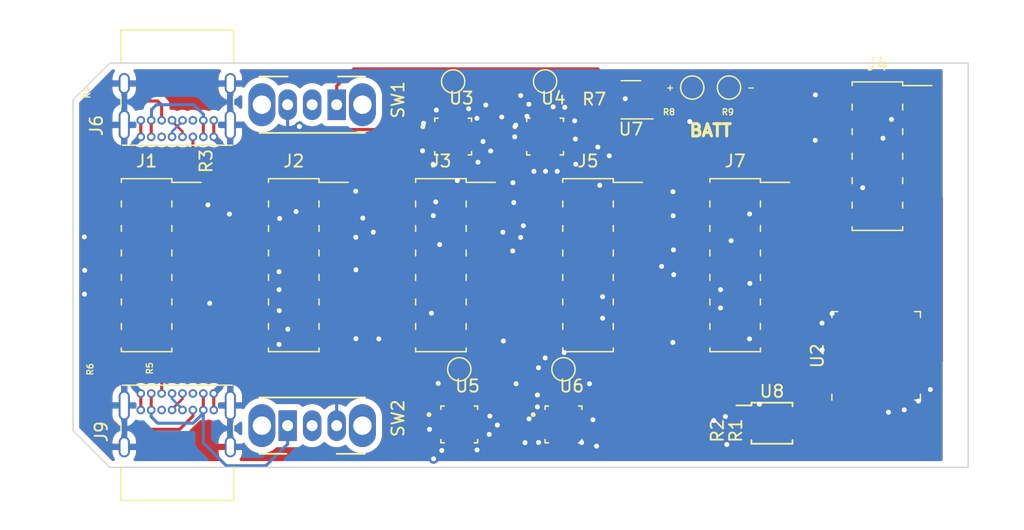
<source format=kicad_pcb>
(kicad_pcb (version 20211014) (generator pcbnew)
  (layers (0 "F.Cu" signal) (1 "In1.Cu" signal) (2 "In2.Cu" signal) (31 "B.Cu" signal) (34 "B.Paste" user) (35 "F.Paste" user) (36 "B.SilkS" user "B.Silkscreen") (37 "F.SilkS" user "F.Silkscreen") (38 "B.Mask" user) (39 "F.Mask" user) (44 "Edge.Cuts" user))
  (net 0 "")
  (net 25 "GND")
  (net 26 "+5V")
  (net 27 "/N76E003s (PWM + ADC + IO)/PWM0_0")
  (net 28 "/N76E003s (PWM + ADC + IO)/PWM0_1")
  (net 29 "/N76E003s (PWM + ADC + IO)/PWM0_2")
  (net 30 "/N76E003s (PWM + ADC + IO)/PWM0_3")
  (net 31 "+3V3")
  (net 32 "/N76E003s (PWM + ADC + IO)/ANA0_5")
  (net 33 "/N76E003s (PWM + ADC + IO)/ANA0_4")
  (net 34 "/N76E003s (PWM + ADC + IO)/ANA0_3")
  (net 35 "/N76E003s (PWM + ADC + IO)/ANA0_2")
  (net 36 "/N76E003s (PWM + ADC + IO)/ANA0_1")
  (net 37 "/N76E003s (PWM + ADC + IO)/ANA0_0")
  (net 38 "+BATT")
  (net 39 "Net-(TP3-Pad1)")
  (net 40 "Net-(TP4-Pad1)")
  (net 41 "Net-(TP5-Pad1)")
  (net 42 "/N76E003s (PWM + ADC + IO)/PWM0_5")
  (net 43 "/N76E003s (PWM + ADC + IO)/TXD0")
  (net 44 "/N76E003s (PWM + ADC + IO)/PWM0_4")
  (net 45 "/N76E003s (PWM + ADC + IO)/RXD0")
  (net 46 "/N76E003s (PWM + ADC + IO)/ANA0_6")
  (net 47 "/N76E003s (PWM + ADC + IO)/PWM1_5")
  (net 48 "/N76E003s (PWM + ADC + IO)/PWM1_2")
  (net 49 "/N76E003s (PWM + ADC + IO)/PWM1_1")
  (net 50 "/N76E003s (PWM + ADC + IO)/PWM1_0")
  (net 51 "/N76E003s (PWM + ADC + IO)/ANA1_5")
  (net 52 "/N76E003s (PWM + ADC + IO)/ANA1_1")
  (net 53 "/N76E003s (PWM + ADC + IO)/ANA1_3")
  (net 54 "/N76E003s (PWM + ADC + IO)/ANA1_4")
  (net 55 "/N76E003s (PWM + ADC + IO)/ANA1_2")
  (net 56 "/N76E003s (PWM + ADC + IO)/ANA1_0")
  (net 57 "/N76E003s (PWM + ADC + IO)/TXD1")
  (net 58 "/N76E003s (PWM + ADC + IO)/PWM1_3")
  (net 59 "/N76E003s (PWM + ADC + IO)/PWM1_4")
  (net 60 "/N76E003s (PWM + ADC + IO)/RXD1")
  (net 61 "/N76E003s (PWM + ADC + IO)/ANA1_6")
  (net 62 "/N76E003s (PWM + ADC + IO)/ANA2_3")
  (net 63 "/N76E003s (PWM + ADC + IO)/ANA2_2")
  (net 64 "/N76E003s (PWM + ADC + IO)/ANA2_1")
  (net 65 "/N76E003s (PWM + ADC + IO)/ANA2_0")
  (net 66 "/N76E003s (PWM + ADC + IO)/PWM2_0")
  (net 67 "/N76E003s (PWM + ADC + IO)/PWM2_1")
  (net 68 "/N76E003s (PWM + ADC + IO)/PWM2_2")
  (net 69 "/N76E003s (PWM + ADC + IO)/PWM2_3")
  (net 70 "/N76E003s (PWM + ADC + IO)/ANA2_6")
  (net 71 "/N76E003s (PWM + ADC + IO)/ANA2_5")
  (net 72 "/N76E003s (PWM + ADC + IO)/ANA2_4")
  (net 73 "/N76E003s (PWM + ADC + IO)/PWM2_4")
  (net 74 "/N76E003s (PWM + ADC + IO)/PWM2_5")
  (net 75 "/N76E003s (PWM + ADC + IO)/TXD2")
  (net 76 "/N76E003s (PWM + ADC + IO)/RXD2")
  (net 77 "/N76E003s (PWM + ADC + IO)/ANA3_0")
  (net 78 "/N76E003s (PWM + ADC + IO)/ANA3_1")
  (net 79 "/N76E003s (PWM + ADC + IO)/ANA3_2")
  (net 80 "/N76E003s (PWM + ADC + IO)/ANA3_3")
  (net 81 "/N76E003s (PWM + ADC + IO)/ANA3_4")
  (net 82 "/N76E003s (PWM + ADC + IO)/ANA3_5")
  (net 83 "/N76E003s (PWM + ADC + IO)/ANA3_6")
  (net 84 "/N76E003s (PWM + ADC + IO)/PWM3_1")
  (net 85 "/N76E003s (PWM + ADC + IO)/PWM3_0")
  (net 86 "Net-(TP6-Pad1)")
  (net 87 "/N76E003s (PWM + ADC + IO)/PWM3_5")
  (net 88 "/N76E003s (PWM + ADC + IO)/PWM3_2")
  (net 89 "/N76E003s (PWM + ADC + IO)/TXD3")
  (net 90 "/N76E003s (PWM + ADC + IO)/PWM3_3")
  (net 91 "/N76E003s (PWM + ADC + IO)/PWM3_4")
  (net 92 "/N76E003s (PWM + ADC + IO)/RXD3")
  (net 93 "VBUS")
  (net 94 "Net-(J6-PadA5)")
  (net 95 "/USB_DP")
  (net 96 "/USB_DN")
  (net 97 "Net-(J6-PadB5)")
  (net 98 "Net-(J9-PadA5)")
  (net 99 "Net-(J9-PadB5)")
  (net 100 "/PWM0")
  (net 101 "Net-(U2-Pad1)")
  (net 102 "/PWM1")
  (net 103 "/ANA4")
  (net 104 "/ANA3")
  (net 105 "/ANA2")
  (net 106 "/ANA0")
  (net 107 "/ANA1")
  (net 108 "/I2C_SDA")
  (net 109 "/I2C_SCL")
  (net 110 "Net-(R7-Pad2)")
  (net 111 "/VSENSE")
  (net 112 "/VIN")
  (footprint "Resistor_SMD:R_0201_0603Metric" (layer "F.Cu") (at 92 51 180)
    (fp_text reference "R9")
    (fp_text value "1M")
  )
  (footprint "Footprint:QFN40P300X300X80-21N" (layer "F.Cu") (at 71 53)
    (fp_text reference "U3")
    (fp_text value "N76E003AQ20")
  )
  (footprint "Resistor_SMD:R_0201_0603Metric" (layer "F.Cu") (at 93 77 -90)
    (fp_text reference "R1")
    (fp_text value "10K")
  )
  (footprint "Package_SO:MSOP-10_3x3mm_P0.5mm" (layer "F.Cu") (at 97 76.4)
    (fp_text reference "U8")
    (fp_text value "CH340E")
  )
  (footprint "Connector_USB:USB_C_Receptacle_GCT_USB4085" (layer "F.Cu") (at 45.525 73.975)
    (fp_text reference "J9")
    (fp_text value "USB_C_Receptacle_USB2.0")
  )
  (footprint "Button_Switch_THT:SW_CuK_OS102011MA1QN1_SPDT_Angled" (layer "F.Cu") (at 57.5 76.6)
    (fp_text reference "SW2")
    (fp_text value "SW_SPDT")
  )
  (footprint "TestPoint:TestPoint_Pad_D1.5mm" (layer "F.Cu") (at 78.5 48.5)
    (fp_text reference "TP4" hide)
    (fp_text value "TestPoint")
  )
  (footprint "Connector_USB:USB_C_Receptacle_GCT_USB4085" (layer "F.Cu") (at 51.475 53.025 180)
    (fp_text reference "J6")
    (fp_text value "USB_C_Receptacle_USB2.0")
  )
  (footprint "TestPoint:TestPoint_Pad_D1.5mm" (layer "F.Cu") (at 80 72)
    (fp_text reference "TP6" hide)
    (fp_text value "TestPoint")
  )
  (footprint "Connector_PinSocket_2.00mm:PinSocket_2x07_P2.00mm_Vertical_SMD" (layer "F.Cu") (at 58 63.5)
    (fp_text reference "J2")
    (fp_text value "Conn_02x07_Counter_Clockwise")
  )
  (footprint "TestPoint:TestPoint_Pad_D1.5mm" (layer "F.Cu") (at 71 48.5)
    (fp_text reference "TP3" hide)
    (fp_text value "TestPoint")
  )
  (footprint "Connector_PinSocket_2.00mm:PinSocket_2x06_P2.00mm_Vertical_SMD" (layer "F.Cu") (at 105.6 54.6)
    (fp_text reference "J4")
    (fp_text value "Conn_02x06_Counter_Clockwise")
  )
  (footprint "Connector_PinSocket_2.00mm:PinSocket_2x07_P2.00mm_Vertical_SMD" (layer "F.Cu") (at 94 63.5)
    (fp_text reference "J7")
    (fp_text value "Conn_02x07_Counter_Clockwise")
  )
  (footprint "Package_TO_SOT_SMD:SOT-23-5" (layer "F.Cu") (at 85.5 50 180)
    (fp_text reference "U7")
    (fp_text value "MCP73811T-420I-OT")
  )
  (footprint "Connector_PinSocket_2.00mm:PinSocket_2x07_P2.00mm_Vertical_SMD" (layer "F.Cu") (at 82 63.5)
    (fp_text reference "J5")
    (fp_text value "Conn_02x07_Counter_Clockwise")
  )
  (footprint "TestPoint:TestPoint_Pad_D1.5mm" (layer "F.Cu") (at 93.5 49)
    (fp_text reference "TP2" hide)
    (fp_text value "TestPoint")
  )
  (footprint "Connector_PinSocket_2.00mm:PinSocket_2x07_P2.00mm_Vertical_SMD" (layer "F.Cu") (at 46 63.5)
    (fp_text reference "J1")
    (fp_text value "Conn_02x07_Counter_Clockwise")
  )
  (footprint "Resistor_SMD:R_0201_0603Metric" (layer "F.Cu") (at 42.2 49.4 90)
    (fp_text reference "R4")
    (fp_text value "5K1")
  )
  (footprint "Footprint:QFN40P300X300X80-21N" (layer "F.Cu") (at 78.5 53)
    (fp_text reference "U4")
    (fp_text value "N76E003AQ20")
  )
  (footprint "Resistor_SMD:R_0201_0603Metric" (layer "F.Cu") (at 47.3 71.92 90)
    (fp_text reference "R5")
    (fp_text value "5K1")
  )
  (footprint "Footprint:QFN40P300X300X80-21N" (layer "F.Cu") (at 80 76.5)
    (fp_text reference "U6")
    (fp_text value "N76E003AQ20")
  )
  (footprint "TestPoint:TestPoint_Pad_D1.5mm" (layer "F.Cu") (at 71.5 72)
    (fp_text reference "TP5" hide)
    (fp_text value "TestPoint")
  )
  (footprint "Resistor_SMD:R_0201_0603Metric" (layer "F.Cu") (at 91.5 77 -90)
    (fp_text reference "R2")
    (fp_text value "10K")
  )
  (footprint "Package_DFN_QFN:QFN-48-1EP_7x7mm_P0.5mm_EP5.3x5.3mm" (layer "F.Cu") (at 105.5 70.9 90)
    (fp_text reference "U2")
    (fp_text value "ESP32-PICO-D4")
  )
  (footprint "Footprint:QFN40P300X300X80-21N" (layer "F.Cu") (at 71.5 76.5)
    (fp_text reference "U5")
    (fp_text value "N76E003AQ20")
  )
  (footprint "Connector_PinSocket_2.00mm:PinSocket_2x07_P2.00mm_Vertical_SMD" (layer "F.Cu") (at 70 63.5)
    (fp_text reference "J3")
    (fp_text value "Conn_02x07_Counter_Clockwise")
  )
  (footprint "Resistor_SMD:R_0201_0603Metric" (layer "F.Cu") (at 90 51)
    (fp_text reference "R8")
    (fp_text value "1M")
  )
  (footprint "Resistor_SMD:R_0201_0603Metric" (layer "F.Cu") (at 49.8 55 -90)
    (fp_text reference "R3")
    (fp_text value "5K1")
  )
  (footprint "Resistor_SMD:R_0201_0603Metric" (layer "F.Cu") (at 42.2 72 90)
    (fp_text reference "R6")
    (fp_text value "5K1")
  )
  (footprint "Button_Switch_THT:SW_CuK_OS102011MA1QN1_SPDT_Angled" (layer "F.Cu") (at 61.5 50.4 180)
    (fp_text reference "SW1")
    (fp_text value "SW_SPDT")
  )
  (footprint "Resistor_SMD:R_0201_0603Metric" (layer "F.Cu") (at 82.5 51)
    (fp_text reference "R7")
    (fp_text value "R")
  )
  (footprint "TestPoint:TestPoint_Pad_D1.5mm" (layer "F.Cu") (at 90.5 49)
    (fp_text reference "TP1" hide)
    (fp_text value "TestPoint")
  )
  (gr_line (start 113 47) (end 113 80) (layer "Edge.Cuts") (width 0.1))
  (gr_line (start 43 47) (end 40 50) (layer "Edge.Cuts") (width 0.1))
  (gr_line (start 43 47) (end 113 47) (layer "Edge.Cuts") (width 0.1))
  (gr_line (start 40 50) (end 40 77) (layer "Edge.Cuts") (width 0.1))
  (gr_line (start 43 80) (end 113 80) (layer "Edge.Cuts") (width 0.1))
  (gr_line (start 40 77) (end 43 80) (layer "Edge.Cuts") (width 0.1))
  (gr_text "BATT" (at 92 52.5) (layer "F.SilkS") (effects (font (size 1 1) (thickness 0.25))))
  (gr_text "-" (at 95.3 49) (layer "F.SilkS") (effects (font (size 0.5 0.5) (thickness 0.1)) (justify mirror)))
  (gr_text "+" (at 88.7 49) (layer "F.SilkS") (effects (font (size 0.5 0.5) (thickness 0.1)) (justify mirror)))
  (segment (start 51.475 73.975) (end 51.475 75.325) (width 0.25) (layer "F.Cu") (net 25))
  (segment (start 51.475 51.675) (end 51.475 53.025) (width 0.25) (layer "F.Cu") (net 25))
  (segment (start 45.525 53.025) (end 45.525 51.675) (width 0.25) (layer "F.Cu") (net 25))
  (segment (start 45.525 73.975) (end 45.525 75.325) (width 0.25) (layer "F.Cu") (net 25))
  (segment (start 85.125 57.5) (end 83.4747 57.5) (width 0.25) (layer "F.Cu") (net 26))
  (segment (start 85.9502 57.5) (end 86.7753 57.5) (width 0.25) (layer "F.Cu") (net 26))
  (segment (start 63.0163 57.5) (end 63.0524 57.4639) (width 0.25) (layer "F.Cu") (net 26))
  (segment (start 97.125 57.5) (end 97.125 54.6653) (width 0.25) (layer "F.Cu") (net 26))
  (segment (start 60.2999 57.5) (end 59.4747 57.5) (width 0.25) (layer "F.Cu") (net 26))
  (segment (start 62.7753 57.5) (end 63.0163 57.5) (width 0.25) (layer "F.Cu") (net 26))
  (segment (start 85.9502 57.5) (end 85.125 57.5) (width 0.25) (layer "F.Cu") (net 26))
  (segment (start 59.4747 57.5) (end 58.6674 56.6927) (width 0.25) (layer "F.Cu") (net 26))
  (segment (start 73.125 57.5) (end 71.4747 57.5) (width 0.25) (layer "F.Cu") (net 26))
  (segment (start 86.7753 57.5) (end 87.5511 58.2758) (width 0.25) (layer "F.Cu") (net 26))
  (segment (start 94.6989 58.2758) (end 95.4747 57.5) (width 0.25) (layer "F.Cu") (net 26))
  (segment (start 106.2994 50.3753) (end 107.0747 49.6) (width 0.25) (layer "F.Cu") (net 26))
  (segment (start 61.125 57.5) (end 62.7753 57.5) (width 0.25) (layer "F.Cu") (net 26))
  (segment (start 71.4747 56.7281) (end 71.3431 56.5965) (width 0.25) (layer "F.Cu") (net 26))
  (segment (start 97.125 54.6653) (end 101.415 50.3753) (width 0.25) (layer "F.Cu") (net 26))
  (segment (start 49.125 57.5) (end 50.7753 57.5) (width 0.25) (layer "F.Cu") (net 26))
  (segment (start 97.125 57.5) (end 95.4747 57.5) (width 0.25) (layer "F.Cu") (net 26))
  (segment (start 51.5826 56.6927) (end 50.7753 57.5) (width 0.25) (layer "F.Cu") (net 26))
  (segment (start 101.415 50.3753) (end 106.2994 50.3753) (width 0.25) (layer "F.Cu") (net 26))
  (segment (start 60.2999 57.5) (end 61.125 57.5) (width 0.25) (layer "F.Cu") (net 26))
  (segment (start 108.725 49.6) (end 107.0747 49.6) (width 0.25) (layer "F.Cu") (net 26))
  (segment (start 83.4747 57.5) (end 82.9541 56.9794) (width 0.25) (layer "F.Cu") (net 26))
  (segment (start 87.5511 58.2758) (end 94.6989 58.2758) (width 0.25) (layer "F.Cu") (net 26))
  (segment (start 58.6674 56.6927) (end 51.5826 56.6927) (width 0.25) (layer "F.Cu") (net 26))
  (segment (start 71.4747 57.5) (end 71.4747 56.7281) (width 0.25) (layer "F.Cu") (net 26))
  (via (at 71.3431 56.5965) (size 0.8) (drill 0.4) (layers "F.Cu" "B.Cu") (net 26))
  (via (at 82.9541 56.9794) (size 0.8) (drill 0.4) (layers "F.Cu" "B.Cu") (net 26))
  (via (at 63.0524 57.4639) (size 0.8) (drill 0.4) (layers "F.Cu" "B.Cu") (net 26))
  (segment (start 70.2537 56.7306) (end 71.1547 55.8296) (width 0.25) (layer "F.Cu") (net 27))
  (segment (start 45.6043 58.579) (end 44.5253 57.5) (width 0.25) (layer "F.Cu") (net 27))
  (segment (start 50.999 58.579) (end 45.6043 58.579) (width 0.25) (layer "F.Cu") (net 27))
  (segment (start 71.4 55.8296) (end 71.4 54.435) (width 0.2198) (layer "F.Cu") (net 27))
  (segment (start 69.8978 61.8136) (end 70.2537 61.4577) (width 0.25) (layer "F.Cu") (net 27))
  (segment (start 71.1547 55.8296) (end 71.4 55.8296) (width 0.25) (layer "F.Cu") (net 27))
  (segment (start 70.2537 61.4577) (end 70.2537 56.7306) (width 0.25) (layer "F.Cu") (net 27))
  (segment (start 42.875 57.5) (end 44.5253 57.5) (width 0.25) (layer "F.Cu") (net 27))
  (via (at 50.999 58.579) (size 0.8) (drill 0.4) (layers "F.Cu" "B.Cu") (net 27))
  (via (at 69.8978 61.8136) (size 0.8) (drill 0.4) (layers "F.Cu" "B.Cu") (net 27))
  (segment (start 71.0004 55.4177) (end 69.5766 56.8415) (width 0.25) (layer "F.Cu") (net 28))
  (segment (start 69.5766 56.8415) (end 69.5766 58.3343) (width 0.25) (layer "F.Cu") (net 28))
  (segment (start 51.033 59.5) (end 50.7753 59.5) (width 0.25) (layer "F.Cu") (net 28))
  (segment (start 58.1895 59.1245) (end 57.7169 58.6519) (width 0.25) (layer "F.Cu") (net 28))
  (segment (start 51.8811 58.6519) (end 51.033 59.5) (width 0.25) (layer "F.Cu") (net 28))
  (segment (start 71.0004 54.4354) (end 71 54.435) (width 0.2198) (layer "F.Cu") (net 28))
  (segment (start 71.0004 54.4354) (end 71.0004 55.4177) (width 0.25) (layer "F.Cu") (net 28))
  (segment (start 49.125 59.5) (end 50.7753 59.5) (width 0.25) (layer "F.Cu") (net 28))
  (segment (start 57.7169 58.6519) (end 51.8811 58.6519) (width 0.25) (layer "F.Cu") (net 28))
  (via (at 69.5766 58.3343) (size 0.8) (drill 0.4) (layers "F.Cu" "B.Cu") (net 28))
  (via (at 58.1895 59.1245) (size 0.8) (drill 0.4) (layers "F.Cu" "B.Cu") (net 28))
  (segment (start 47.632 62.2754) (end 44.8566 59.5) (width 0.25) (layer "F.Cu") (net 29))
  (segment (start 63.9114 60.369) (end 59.0448 60.369) (width 0.25) (layer "F.Cu") (net 29))
  (segment (start 66.0623 55.968) (end 64.3337 57.6966) (width 0.25) (layer "F.Cu") (net 29))
  (segment (start 64.3337 57.6966) (end 64.3337 59.9467) (width 0.25) (layer "F.Cu") (net 29))
  (segment (start 70.6 54.435) (end 70.6 55.0477) (width 0.25) (layer "F.Cu") (net 29))
  (segment (start 59.0448 60.369) (end 57.1384 62.2754) (width 0.25) (layer "F.Cu") (net 29))
  (segment (start 64.3337 59.9467) (end 63.9114 60.369) (width 0.25) (layer "F.Cu") (net 29))
  (segment (start 57.1384 62.2754) (end 47.632 62.2754) (width 0.25) (layer "F.Cu") (net 29))
  (segment (start 69.6797 55.968) (end 66.0623 55.968) (width 0.25) (layer "F.Cu") (net 29))
  (segment (start 44.8566 59.5) (end 42.875 59.5) (width 0.25) (layer "F.Cu") (net 29))
  (segment (start 70.6 55.0477) (end 69.6797 55.968) (width 0.25) (layer "F.Cu") (net 29))
  (segment (start 49.125 61.5) (end 50.7753 61.5) (width 0.25) (layer "F.Cu") (net 30))
  (segment (start 72.435 53.4) (end 73.4374 53.4) (width 0.25) (layer "F.Cu") (net 30))
  (segment (start 50.7753 61.3062) (end 50.7753 61.5) (width 0.25) (layer "F.Cu") (net 30))
  (segment (start 52.7543 59.3272) (end 50.7753 61.3062) (width 0.25) (layer "F.Cu") (net 30))
  (via (at 52.7543 59.3272) (size 0.8) (drill 0.4) (layers "F.Cu" "B.Cu") (net 30))
  (via (at 73.4374 53.4) (size 0.8) (drill 0.4) (layers "F.Cu" "B.Cu") (net 30))
  (segment (start 92.5202 77.5785) (end 92.5202 77.6453) (width 0.25) (layer "F.Cu") (net 31))
  (segment (start 89.7747 66.6932) (end 92.5106 66.6932) (width 0.25) (layer "F.Cu") (net 31))
  (segment (start 86.7753 63.5) (end 86.7753 63.6938) (width 0.25) (layer "F.Cu") (net 31))
  (segment (start 74.7753 63.5) (end 75.5506 64.2753) (width 0.25) (layer "F.Cu") (net 31))
  (segment (start 98.7753 53.6494) (end 98.7753 60.7179) (width 0.25) (layer "F.Cu") (net 31))
  (segment (start 93.3204 78.1396) (end 93.3204 77.853) (width 0.25) (layer "F.Cu") (net 31))
  (segment (start 92.5202 77.6453) (end 92.7279 77.853) (width 0.25) (layer "F.Cu") (net 31))
  (segment (start 68.5026 54.1631) (end 69.2019 54.1631) (width 0.25) (layer "F.Cu") (net 31))
  (segment (start 73.125 63.5) (end 74.7753 63.5) (width 0.25) (layer "F.Cu") (net 31))
  (segment (start 98.334 62.5553) (end 95.7626 62.5553) (width 0.25) (layer "F.Cu") (net 31))
  (segment (start 61.125 63.5) (end 60.2999 63.5) (width 0.25) (layer "F.Cu") (net 31))
  (segment (start 58.6994 62.7247) (end 59.4747 63.5) (width 0.25) (layer "F.Cu") (net 31))
  (segment (start 92.5106 66.6932) (end 92.808 66.9906) (width 0.25) (layer "F.Cu") (net 31))
  (segment (start 83.4747 60.7179) (end 83.4747 62.6748) (width 0.25) (layer "F.Cu") (net 31))
  (segment (start 73.6595 51.679) (end 73.6595 50.4246) (width 0.25) (layer "F.Cu") (net 31))
  (segment (start 69.2019 54.1631) (end 69.565 53.8) (width 0.25) (layer "F.Cu") (net 31))
  (segment (start 60.2999 63.5) (end 59.4747 63.5) (width 0.25) (layer "F.Cu") (net 31))
  (segment (start 83.4747 62.6748) (end 84.2999 63.5) (width 0.25) (layer "F.Cu") (net 31))
  (segment (start 100.8247 51.6) (end 98.7753 53.6494) (width 0.25) (layer "F.Cu") (net 31))
  (segment (start 50.7753 63.5) (end 51.5506 62.7247) (width 0.25) (layer "F.Cu") (net 31))
  (segment (start 86.7753 63.6938) (end 89.7747 66.6932) (width 0.25) (layer "F.Cu") (net 31))
  (segment (start 60.7633 71.4082) (end 59.4747 70.1196) (width 0.25) (layer "F.Cu") (net 31))
  (segment (start 93.5265 77.853) (end 100.638 77.853) (width 0.25) (layer "F.Cu") (net 31))
  (segment (start 73.125 63.5) (end 71.4747 63.5) (width 0.25) (layer "F.Cu") (net 31))
  (segment (start 98.7753 62.114) (end 98.334 62.5553) (width 0.25) (layer "F.Cu") (net 31))
  (segment (start 93.5265 77.0512) (end 93.1553 76.68) (width 0.25) (layer "F.Cu") (net 31))
  (segment (start 98.7753 60.7179) (end 98.7753 62.114) (width 0.25) (layer "F.Cu") (net 31))
  (segment (start 93.1553 76.68) (end 93 76.68) (width 0.25) (layer "F.Cu") (net 31))
  (segment (start 84.7125 63.5) (end 84.2999 63.5) (width 0.25) (layer "F.Cu") (net 31))
  (segment (start 69.7815 77.6267) (end 68.4568 77.6267) (width 0.25) (layer "F.Cu") (net 31))
  (segment (start 70.0866 77.3216) (end 69.7815 77.6267) (width 0.25) (layer "F.Cu") (net 31))
  (segment (start 76.9044 53.8) (end 76.9044 56.1192) (width 0.25) (layer "F.Cu") (net 31))
  (segment (start 49.125 63.5) (end 50.7753 63.5) (width 0.25) (layer "F.Cu") (net 31))
  (segment (start 70.0866 77.3216) (end 70.065 77.3) (width 0.2198) (layer "F.Cu") (net 31))
  (segment (start 76.9044 56.1192) (end 77.2972 56.512) (width 0.25) (layer "F.Cu") (net 31))
  (segment (start 75.5506 64.2753) (end 82.6994 64.2753) (width 0.25) (layer "F.Cu") (net 31))
  (segment (start 77.2972 56.512) (end 80.1522 56.512) (width 0.25) (layer "F.Cu") (net 31))
  (segment (start 91.5 76.68) (end 91.6217 76.68) (width 0.25) (layer "F.Cu") (net 31))
  (segment (start 92.7279 77.853) (end 93.3204 77.853) (width 0.25) (layer "F.Cu") (net 31))
  (segment (start 80.1522 56.512) (end 83.4747 59.8345) (width 0.25) (layer "F.Cu") (net 31))
  (segment (start 98.7753 60.7179) (end 83.4747 60.7179) (width 0.25) (layer "F.Cu") (net 31))
  (segment (start 103.75 74.741) (end 103.75 74.35) (width 0.25) (layer "F.Cu") (net 31))
  (segment (start 70.6944 62.7197) (end 61.0802 62.7197) (width 0.25) (layer "F.Cu") (net 31))
  (segment (start 75.7805 53.8) (end 73.6595 51.679) (width 0.25) (layer "F.Cu") (net 31))
  (segment (start 59.4747 70.1196) (end 59.4747 63.5) (width 0.25) (layer "F.Cu") (net 31))
  (segment (start 95.7626 62.5553) (end 95.4747 62.8432) (width 0.25) (layer "F.Cu") (net 31))
  (segment (start 95.4747 62.8432) (end 95.4747 63.5) (width 0.25) (layer "F.Cu") (net 31))
  (segment (start 83.4747 59.8345) (end 83.4747 60.7179) (width 0.25) (layer "F.Cu") (net 31))
  (segment (start 77.065 53.8) (end 76.9044 53.8) (width 0.25) (layer "F.Cu") (net 31))
  (segment (start 71.4747 63.5) (end 70.6944 62.7197) (width 0.25) (layer "F.Cu") (net 31))
  (segment (start 93.5265 77.853) (end 93.5265 77.0512) (width 0.25) (layer "F.Cu") (net 31))
  (segment (start 68.4568 77.6267) (end 62.2383 71.4082) (width 0.25) (layer "F.Cu") (net 31))
  (segment (start 91.6217 76.68) (end 92.5202 77.5785) (width 0.25) (layer "F.Cu") (net 31))
  (segment (start 102.475 51.6) (end 100.8247 51.6) (width 0.25) (layer "F.Cu") (net 31))
  (segment (start 77.9668 77.8982) (end 77.9668 77.9748) (width 0.2198) (layer "F.Cu") (net 31))
  (segment (start 93.3204 77.853) (end 93.5265 77.853) (width 0.25) (layer "F.Cu") (net 31))
  (segment (start 100.638 77.853) (end 103.75 74.741) (width 0.25) (layer "F.Cu") (net 31))
  (segment (start 97.125 63.5) (end 95.4747 63.5) (width 0.25) (layer "F.Cu") (net 31))
  (segment (start 51.5506 62.7247) (end 58.6994 62.7247) (width 0.25) (layer "F.Cu") (net 31))
  (segment (start 85.125 63.5) (end 86.7753 63.5) (width 0.25) (layer "F.Cu") (net 31))
  (segment (start 76.9044 53.8) (end 75.7805 53.8) (width 0.25) (layer "F.Cu") (net 31))
  (segment (start 78.565 77.3) (end 77.9668 77.8982) (width 0.2198) (layer "F.Cu") (net 31))
  (segment (start 104.25 74.35) (end 103.75 74.35) (width 0.25) (layer "F.Cu") (net 31))
  (segment (start 82.6994 64.2753) (end 83.4747 63.5) (width 0.25) (layer "F.Cu") (net 31))
  (segment (start 61.0802 62.7197) (end 60.2999 63.5) (width 0.25) (layer "F.Cu") (net 31))
  (segment (start 84.2999 63.5) (end 83.4747 63.5) (width 0.25) (layer "F.Cu") (net 31))
  (segment (start 84.7125 63.5) (end 85.125 63.5) (width 0.25) (layer "F.Cu") (net 31))
  (segment (start 62.2383 71.4082) (end 60.7633 71.4082) (width 0.25) (layer "F.Cu") (net 31))
  (via (at 93.3204 78.1396) (size 0.8) (drill 0.4) (layers "F.Cu" "B.Cu") (net 31))
  (via (at 68.5026 54.1631) (size 0.8) (drill 0.4) (layers "F.Cu" "B.Cu") (net 31))
  (via (at 77.9668 77.9748) (size 0.8) (drill 0.4) (layers "F.Cu" "B.Cu") (net 31))
  (via (at 73.6595 50.4246) (size 0.8) (drill 0.4) (layers "F.Cu" "B.Cu") (net 31))
  (via (at 92.808 66.9906) (size 0.8) (drill 0.4) (layers "F.Cu" "B.Cu") (net 31))
  (segment (start 71.9915 50.0085) (end 68.5026 53.4974) (width 0.25) (layer "B.Cu") (net 31))
  (segment (start 73.2434 50.0085) (end 71.9915 50.0085) (width 0.25) (layer "B.Cu") (net 31))
  (segment (start 73.6595 50.4246) (end 73.2434 50.0085) (width 0.25) (layer "B.Cu") (net 31))
  (segment (start 68.5026 53.4974) (end 68.5026 54.1631) (width 0.25) (layer "B.Cu") (net 31))
  (segment (start 51.5506 64.7247) (end 50.7753 65.5) (width 0.25) (layer "F.Cu") (net 32))
  (segment (start 71.8 51.565) (end 72.2615 51.1035) (width 0.25) (layer "F.Cu") (net 32))
  (segment (start 49.125 65.5) (end 50.7753 65.5) (width 0.25) (layer "F.Cu") (net 32))
  (segment (start 56.1148 64.7247) (end 51.5506 64.7247) (width 0.25) (layer "F.Cu") (net 32))
  (segment (start 72.2615 51.1035) (end 72.2615 50.7275) (width 0.25) (layer "F.Cu") (net 32))
  (segment (start 56.8023 64.0372) (end 56.1148 64.7247) (width 0.25) (layer "F.Cu") (net 32))
  (via (at 56.8023 64.0372) (size 0.8) (drill 0.4) (layers "F.Cu" "B.Cu") (net 32))
  (via (at 72.2615 50.7275) (size 0.8) (drill 0.4) (layers "F.Cu" "B.Cu") (net 32))
  (segment (start 42.875 65.5) (end 42.5298 65.5) (width 0.25) (layer "F.Cu") (net 33))
  (segment (start 70.2 51.4039) (end 69.6331 50.837) (width 0.25) (layer "F.Cu") (net 33))
  (segment (start 70.2 51.565) (end 70.2 51.4039) (width 0.25) (layer "F.Cu") (net 33))
  (segment (start 42.5298 65.5) (end 40.9464 63.9166) (width 0.25) (layer "F.Cu") (net 33))
  (via (at 69.6331 50.837) (size 0.8) (drill 0.4) (layers "F.Cu" "B.Cu") (net 33))
  (via (at 40.9464 63.9166) (size 0.8) (drill 0.4) (layers "F.Cu" "B.Cu") (net 33))
  (segment (start 70.6075 51.7279) (end 70.6075 51.5624) (width 0.25) (layer "F.Cu") (net 34))
  (segment (start 50.7753 66.9847) (end 50.7753 67.5) (width 0.25) (layer "F.Cu") (net 34))
  (segment (start 51.1487 66.6113) (end 50.7753 66.9847) (width 0.25) (layer "F.Cu") (net 34))
  (segment (start 70.6002 51.728) (end 70.6074 51.728) (width 0.25) (layer "F.Cu") (net 34))
  (segment (start 70.6002 51.728) (end 70.6002 51.5652) (width 0.2198) (layer "F.Cu") (net 34))
  (segment (start 69.9252 50.1387) (end 69.2235 50.1387) (width 0.25) (layer "F.Cu") (net 34))
  (segment (start 70.6 51.1815) (end 70.6 51.5549) (width 0.2198) (layer "F.Cu") (net 34))
  (segment (start 49.125 67.5) (end 50.7753 67.5) (width 0.25) (layer "F.Cu") (net 34))
  (segment (start 70.6002 51.5652) (end 70.6 51.565) (width 0.2198) (layer "F.Cu") (net 34))
  (segment (start 70.6 51.5549) (end 70.6075 51.5624) (width 0.2198) (layer "F.Cu") (net 34))
  (segment (start 69.2235 50.1387) (end 66.9368 52.4254) (width 0.25) (layer "F.Cu") (net 34))
  (segment (start 70.6 51.1815) (end 70.6 50.8135) (width 0.25) (layer "F.Cu") (net 34))
  (segment (start 70.6 50.8135) (end 69.9252 50.1387) (width 0.25) (layer "F.Cu") (net 34))
  (segment (start 66.9368 52.4254) (end 58.7015 52.4254) (width 0.25) (layer "F.Cu") (net 34))
  (segment (start 70.6074 51.728) (end 70.6075 51.7279) (width 0.25) (layer "F.Cu") (net 34))
  (segment (start 58.7015 52.4254) (end 58.4595 52.1834) (width 0.25) (layer "F.Cu") (net 34))
  (via (at 51.1487 66.6113) (size 0.8) (drill 0.4) (layers "F.Cu" "B.Cu") (net 34))
  (via (at 58.4595 52.1834) (size 0.8) (drill 0.4) (layers "F.Cu" "B.Cu") (net 34))
  (segment (start 41.2247 67.5) (end 41.2247 66.1591) (width 0.25) (layer "F.Cu") (net 35))
  (segment (start 42.875 67.5) (end 41.2247 67.5) (width 0.25) (layer "F.Cu") (net 35))
  (segment (start 68.6396 51.8611) (end 68.5847 51.916) (width 0.25) (layer "F.Cu") (net 35))
  (segment (start 69.2261 51.8611) (end 69.565 52.2) (width 0.2198) (layer "F.Cu") (net 35))
  (segment (start 69.2261 51.8611) (end 68.6396 51.8611) (width 0.25) (layer "F.Cu") (net 35))
  (segment (start 41.2247 66.1591) (end 40.9311 65.8655) (width 0.25) (layer "F.Cu") (net 35))
  (via (at 68.5847 51.916) (size 0.8) (drill 0.4) (layers "F.Cu" "B.Cu") (net 35))
  (via (at 40.9311 65.8655) (size 0.8) (drill 0.4) (layers "F.Cu" "B.Cu") (net 35))
  (segment (start 57.5165 68.7247) (end 51.5506 68.7247) (width 0.25) (layer "F.Cu") (net 36))
  (segment (start 49.125 69.5) (end 50.7753 69.5) (width 0.25) (layer "F.Cu") (net 36))
  (segment (start 71.3996 51.565) (end 71.4 51.565) (width 0.2198) (layer "F.Cu") (net 36))
  (segment (start 74.9628 51.405) (end 74.9628 50.7728) (width 0.25) (layer "F.Cu") (net 36))
  (segment (start 71.3996 50.6343) (end 71.3996 51.565) (width 0.25) (layer "F.Cu") (net 36))
  (segment (start 73.9393 49.7493) (end 72.2846 49.7493) (width 0.25) (layer "F.Cu") (net 36))
  (segment (start 74.9628 50.7728) (end 73.9393 49.7493) (width 0.25) (layer "F.Cu") (net 36))
  (segment (start 72.2846 49.7493) (end 71.3996 50.6343) (width 0.25) (layer "F.Cu") (net 36))
  (segment (start 51.5506 68.7247) (end 50.7753 69.5) (width 0.25) (layer "F.Cu") (net 36))
  (via (at 74.9628 51.405) (size 0.8) (drill 0.4) (layers "F.Cu" "B.Cu") (net 36))
  (via (at 57.5165 68.7247) (size 0.8) (drill 0.4) (layers "F.Cu" "B.Cu") (net 36))
  (segment (start 63.8231 56.2029) (end 67.426 52.6) (width 0.25) (layer "F.Cu") (net 37))
  (segment (start 44.5253 60.8377) (end 43.963 60.2754) (width 0.25) (layer "F.Cu") (net 37))
  (segment (start 67.426 52.6) (end 69.565 52.6) (width 0.25) (layer "F.Cu") (net 37))
  (segment (start 41.9078 56.2029) (end 63.8231 56.2029) (width 0.25) (layer "F.Cu") (net 37))
  (segment (start 43.963 60.2754) (end 41.3861 60.2754) (width 0.25) (layer "F.Cu") (net 37))
  (segment (start 41.1755 56.9352) (end 41.9078 56.2029) (width 0.25) (layer "F.Cu") (net 37))
  (segment (start 41.1755 60.0648) (end 41.1755 56.9352) (width 0.25) (layer "F.Cu") (net 37))
  (segment (start 41.3861 60.2754) (end 41.1755 60.0648) (width 0.25) (layer "F.Cu") (net 37))
  (segment (start 44.5253 69.5) (end 44.5253 60.8377) (width 0.25) (layer "F.Cu") (net 37))
  (segment (start 42.875 69.5) (end 44.5253 69.5) (width 0.25) (layer "F.Cu") (net 37))
  (segment (start 86.6375 49.05) (end 86.6875 49) (width 0.25) (layer "F.Cu") (net 38))
  (segment (start 91 51) (end 91 49.5) (width 0.25) (layer "F.Cu") (net 38))
  (segment (start 91 51) (end 91.68 51) (width 0.25) (layer "F.Cu") (net 38))
  (segment (start 86.6875 49) (end 90.5 49) (width 0.25) (layer "F.Cu") (net 38))
  (segment (start 85.8987 49.05) (end 86.6375 49.05) (width 0.25) (layer "F.Cu") (net 38))
  (segment (start 90.32 51) (end 91 51) (width 0.25) (layer "F.Cu") (net 38))
  (segment (start 91 49.5) (end 90.5 49) (width 0.25) (layer "F.Cu") (net 38))
  (segment (start 85.0365 49.9122) (end 85.8987 49.05) (width 0.25) (layer "F.Cu") (net 38))
  (via (at 85.0365 49.9122) (size 0.8) (drill 0.4) (layers "F.Cu" "B.Cu") (net 38))
  (segment (start 57.5 50.4) (end 57.5 51.9253) (width 0.25) (layer "B.Cu") (net 38))
  (segment (start 61.5 76.6) (end 61.5 75.0747) (width 0.25) (layer "B.Cu") (net 38))
  (segment (start 57.5 52.1851) (end 61.5 56.1851) (width 0.25) (layer "B.Cu") (net 38))
  (segment (start 57.5 51.9253) (end 57.5 52.1851) (width 0.25) (layer "B.Cu") (net 38))
  (segment (start 61.5 56.1851) (end 61.5 75.0747) (width 0.25) (layer "B.Cu") (net 38))
  (segment (start 71 48.5) (end 71 51.565) (width 0.2) (layer "F.Cu") (net 39))
  (segment (start 78.5 51.565) (end 78.5 48.5) (width 0.2) (layer "F.Cu") (net 40))
  (segment (start 71.5 72) (end 71.5 75.065) (width 0.2) (layer "F.Cu") (net 41))
  (segment (start 70.1992 54.435) (end 70.2 54.435) (width 0.2198) (layer "F.Cu") (net 42))
  (segment (start 62.7753 59.5) (end 63.4748 59.5) (width 0.25) (layer "F.Cu") (net 42))
  (segment (start 61.125 59.5) (end 62.7753 59.5) (width 0.25) (layer "F.Cu") (net 42))
  (segment (start 63.4748 59.5) (end 63.6318 59.657) (width 0.25) (layer "F.Cu") (net 42))
  (segment (start 70.1992 54.435) (end 69.366 55.2682) (width 0.25) (layer "F.Cu") (net 42))
  (via (at 63.6318 59.657) (size 0.8) (drill 0.4) (layers "F.Cu" "B.Cu") (net 42))
  (via (at 69.366 55.2682) (size 0.8) (drill 0.4) (layers "F.Cu" "B.Cu") (net 42))
  (segment (start 63.8358 57.7099) (end 63.8358 57.6283) (width 0.25) (layer "F.Cu") (net 43))
  (segment (start 62.9263 58.6194) (end 63.8358 57.7099) (width 0.25) (layer "F.Cu") (net 43))
  (segment (start 69.5504 53.3854) (end 69.565 53.4) (width 0.2198) (layer "F.Cu") (net 43))
  (segment (start 69.4136 53.3854) (end 69.5504 53.3854) (width 0.2198) (layer "F.Cu") (net 43))
  (segment (start 54.875 61.5) (end 56.5253 61.5) (width 0.25) (layer "F.Cu") (net 43))
  (segment (start 56.769 61.5) (end 59.6496 58.6194) (width 0.25) (layer "F.Cu") (net 43))
  (segment (start 56.5253 61.5) (end 56.769 61.5) (width 0.25) (layer "F.Cu") (net 43))
  (segment (start 68.0787 53.3854) (end 69.4136 53.3854) (width 0.25) (layer "F.Cu") (net 43))
  (segment (start 63.8358 57.6283) (end 68.0787 53.3854) (width 0.25) (layer "F.Cu") (net 43))
  (segment (start 59.6496 58.6194) (end 62.9263 58.6194) (width 0.25) (layer "F.Cu") (net 43))
  (segment (start 40.9167 61.192) (end 41.2247 61.5) (width 0.25) (layer "F.Cu") (net 45))
  (segment (start 72.435 52.6004) (end 73.6071 52.6004) (width 0.25) (layer "F.Cu") (net 45))
  (segment (start 42.875 61.5) (end 41.2247 61.5) (width 0.25) (layer "F.Cu") (net 45))
  (segment (start 73.6071 52.6004) (end 75.875 54.8683) (width 0.25) (layer "F.Cu") (net 45))
  (segment (start 75.875 54.8683) (end 75.875 56.7655) (width 0.25) (layer "F.Cu") (net 45))
  (segment (start 72.435 52.6004) (end 72.435 52.6) (width 0.2198) (layer "F.Cu") (net 45))
  (via (at 40.9167 61.192) (size 0.8) (drill 0.4) (layers "F.Cu" "B.Cu") (net 45))
  (via (at 75.875 56.7655) (size 0.8) (drill 0.4) (layers "F.Cu" "B.Cu") (net 45))
  (segment (start 54.875 69.5) (end 56.5253 69.5) (width 0.25) (layer "F.Cu") (net 46))
  (segment (start 56.5253 69.5) (end 56.5253 69.6962) (width 0.25) (layer "F.Cu") (net 46))
  (segment (start 56.5253 69.6962) (end 56.8027 69.9736) (width 0.25) (layer "F.Cu") (net 46))
  (segment (start 72.435 52.2) (end 72.9358 51.6992) (width 0.25) (layer "F.Cu") (net 46))
  (segment (start 72.9358 51.6992) (end 72.9358 51.5104) (width 0.25) (layer "F.Cu") (net 46))
  (via (at 56.8027 69.9736) (size 0.8) (drill 0.4) (layers "F.Cu" "B.Cu") (net 46))
  (via (at 72.9358 51.5104) (size 0.8) (drill 0.4) (layers "F.Cu" "B.Cu") (net 46))
  (segment (start 77.7 54.435) (end 77.5876 54.5474) (width 0.25) (layer "F.Cu") (net 47))
  (segment (start 75.8576 62.3357) (end 75.0219 61.5) (width 0.25) (layer "F.Cu") (net 47))
  (segment (start 75.0219 61.5) (end 73.125 61.5) (width 0.25) (layer "F.Cu") (net 47))
  (segment (start 77.5876 54.5474) (end 77.5876 55.8353) (width 0.25) (layer "F.Cu") (net 47))
  (via (at 75.8576 62.3357) (size 0.8) (drill 0.4) (layers "F.Cu" "B.Cu") (net 47))
  (via (at 77.5876 55.8353) (size 0.8) (drill 0.4) (layers "F.Cu" "B.Cu") (net 47))
  (segment (start 78.5 55.5046) (end 78.5 54.435) (width 0.2198) (layer "F.Cu") (net 49))
  (segment (start 61.125 61.5) (end 62.7753 61.5) (width 0.25) (layer "F.Cu") (net 49))
  (segment (start 63.0592 61.2161) (end 62.7753 61.5) (width 0.25) (layer "F.Cu") (net 49))
  (segment (start 78.5 55.5046) (end 78.538 55.5426) (width 0.25) (layer "F.Cu") (net 49))
  (segment (start 78.538 55.5426) (end 78.538 55.8353) (width 0.25) (layer "F.Cu") (net 49))
  (via (at 76.5039 61.2333) (size 0.8) (drill 0.4) (layers "F.Cu" "B.Cu") (net 49))
  (via (at 63.0592 61.2161) (size 0.8) (drill 0.4) (layers "F.Cu" "B.Cu") (net 49))
  (via (at 78.538 55.8353) (size 0.8) (drill 0.4) (layers "F.Cu" "B.Cu") (net 49))
  (segment (start 54.875 59.5) (end 56.5253 59.5) (width 0.25) (layer "F.Cu") (net 50))
  (segment (start 56.5253 59.5) (end 56.715 59.6897) (width 0.25) (layer "F.Cu") (net 50))
  (segment (start 78.9 55.1568) (end 79.4884 55.7452) (width 0.25) (layer "F.Cu") (net 50))
  (segment (start 78.9 54.435) (end 78.9 55.1568) (width 0.25) (layer "F.Cu") (net 50))
  (segment (start 56.715 59.6897) (end 56.848 59.6897) (width 0.25) (layer "F.Cu") (net 50))
  (segment (start 79.4884 55.7452) (end 79.4884 55.8353) (width 0.25) (layer "F.Cu") (net 50))
  (via (at 56.848 59.6897) (size 0.8) (drill 0.4) (layers "F.Cu" "B.Cu") (net 50))
  (via (at 79.4884 55.8353) (size 0.8) (drill 0.4) (layers "F.Cu" "B.Cu") (net 50))
  (segment (start 79.3131 51.578) (end 80.1043 50.7868) (width 0.25) (layer "F.Cu") (net 51))
  (segment (start 64.9364 69.5166) (end 65.2081 69.5166) (width 0.25) (layer "F.Cu") (net 51))
  (segment (start 79.3131 51.578) (end 79.3 51.565) (width 0.2198) (layer "F.Cu") (net 51))
  (segment (start 80.1043 50.7868) (end 80.1043 50.6112) (width 0.25) (layer "F.Cu") (net 51))
  (segment (start 65.2081 69.5166) (end 65.2247 69.5) (width 0.25) (layer "F.Cu") (net 51))
  (segment (start 66.875 69.5) (end 65.2247 69.5) (width 0.25) (layer "F.Cu") (net 51))
  (via (at 64.9364 69.5166) (size 0.8) (drill 0.4) (layers "F.Cu" "B.Cu") (net 51))
  (via (at 80.1043 50.6112) (size 0.8) (drill 0.4) (layers "F.Cu" "B.Cu") (net 51))
  (segment (start 78.9 50.8299) (end 79.1539 50.576) (width 0.25) (layer "F.Cu") (net 52))
  (segment (start 56.5253 67.5) (end 56.8141 67.2112) (width 0.25) (layer "F.Cu") (net 52))
  (segment (start 78.9 51.565) (end 78.9 50.8299) (width 0.25) (layer "F.Cu") (net 52))
  (segment (start 54.875 67.5) (end 56.5253 67.5) (width 0.25) (layer "F.Cu") (net 52))
  (via (at 79.1539 50.576) (size 0.8) (drill 0.4) (layers "F.Cu" "B.Cu") (net 52))
  (via (at 56.8141 67.2112) (size 0.8) (drill 0.4) (layers "F.Cu" "B.Cu") (net 52))
  (segment (start 77.4646 49.652) (end 76.5087 49.652) (width 0.25) (layer "F.Cu") (net 53))
  (segment (start 78.1146 51.7164) (end 78.1146 51.5796) (width 0.2198) (layer "F.Cu") (net 53))
  (segment (start 56.8046 65.5) (end 54.875 65.5) (width 0.25) (layer "F.Cu") (net 53))
  (segment (start 78.1146 50.302) (end 77.4646 49.652) (width 0.25) (layer "F.Cu") (net 53))
  (segment (start 78.1146 51.5796) (end 78.1 51.565) (width 0.2198) (layer "F.Cu") (net 53))
  (segment (start 78.1146 51.7164) (end 78.1146 50.302) (width 0.25) (layer "F.Cu") (net 53))
  (via (at 76.5087 49.652) (size 0.8) (drill 0.4) (layers "F.Cu" "B.Cu") (net 53))
  (via (at 56.8046 65.5) (size 0.8) (drill 0.4) (layers "F.Cu" "B.Cu") (net 53))
  (segment (start 77.1714 50.3631) (end 77.7 50.8917) (width 0.25) (layer "F.Cu") (net 54))
  (segment (start 61.125 65.5) (end 62.7753 65.5) (width 0.25) (layer "F.Cu") (net 54))
  (segment (start 77.7 50.8917) (end 77.7 51.565) (width 0.25) (layer "F.Cu") (net 54))
  (segment (start 62.7753 65.5) (end 62.7753 64.1656) (width 0.25) (layer "F.Cu") (net 54))
  (segment (start 62.7753 64.1656) (end 63.066 63.8749) (width 0.25) (layer "F.Cu") (net 54))
  (via (at 63.066 63.8749) (size 0.8) (drill 0.4) (layers "F.Cu" "B.Cu") (net 54))
  (via (at 77.1714 50.3631) (size 0.8) (drill 0.4) (layers "F.Cu" "B.Cu") (net 54))
  (segment (start 68.5328 66.7247) (end 69.2253 67.4172) (width 0.25) (layer "F.Cu") (net 55))
  (segment (start 62.7753 67.5) (end 63.5506 66.7247) (width 0.25) (layer "F.Cu") (net 55))
  (segment (start 77.065 51.5732) (end 77.065 51.3798) (width 0.25) (layer "F.Cu") (net 55))
  (segment (start 77.065 51.5732) (end 77.065 52.2) (width 0.2198) (layer "F.Cu") (net 55))
  (segment (start 77.065 51.3798) (end 77.0246 51.3394) (width 0.25) (layer "F.Cu") (net 55))
  (segment (start 63.5506 66.7247) (end 68.5328 66.7247) (width 0.25) (layer "F.Cu") (net 55))
  (segment (start 61.125 67.5) (end 62.7753 67.5) (width 0.25) (layer "F.Cu") (net 55))
  (via (at 77.0246 51.3394) (size 0.8) (drill 0.4) (layers "F.Cu" "B.Cu") (net 55))
  (via (at 69.2253 67.4172) (size 0.8) (drill 0.4) (layers "F.Cu" "B.Cu") (net 55))
  (segment (start 77.065 52.6) (end 76.555 52.6) (width 0.25) (layer "F.Cu") (net 56))
  (segment (start 61.125 69.5) (end 63.0671 69.5) (width 0.25) (layer "F.Cu") (net 56))
  (segment (start 76.555 52.6) (end 76.0984 52.1434) (width 0.25) (layer "F.Cu") (net 56))
  (segment (start 76.0984 52.1434) (end 76.0984 52.0699) (width 0.25) (layer "F.Cu") (net 56))
  (via (at 63.0671 69.5) (size 0.8) (drill 0.4) (layers "F.Cu" "B.Cu") (net 56))
  (via (at 76.0984 52.0699) (size 0.8) (drill 0.4) (layers "F.Cu" "B.Cu") (net 56))
  (segment (start 77.2164 53.3854) (end 76.3853 53.3854) (width 0.25) (layer "F.Cu") (net 57))
  (segment (start 76.3853 53.3854) (end 76.0202 53.0203) (width 0.25) (layer "F.Cu") (net 57))
  (segment (start 77.2247 60.778) (end 76.7285 60.2818) (width 0.25) (layer "F.Cu") (net 57))
  (segment (start 77.2247 61.5) (end 77.2247 60.778) (width 0.25) (layer "F.Cu") (net 57))
  (segment (start 77.2164 53.3854) (end 77.0796 53.3854) (width 0.2198) (layer "F.Cu") (net 57))
  (segment (start 77.0796 53.3854) (end 77.065 53.4) (width 0.2198) (layer "F.Cu") (net 57))
  (segment (start 78.875 61.5) (end 77.2247 61.5) (width 0.25) (layer "F.Cu") (net 57))
  (via (at 76.0202 53.0203) (size 0.8) (drill 0.4) (layers "F.Cu" "B.Cu") (net 57))
  (via (at 76.7285 60.2818) (size 0.8) (drill 0.4) (layers "F.Cu" "B.Cu") (net 57))
  (segment (start 76.0202 53.0203) (end 76.7285 53.7286) (width 0.25) (layer "B.Cu") (net 57))
  (segment (start 76.7285 53.7286) (end 76.7285 60.2818) (width 0.25) (layer "B.Cu") (net 57))
  (segment (start 64.4875 60.8063) (end 65.2247 60.0691) (width 0.25) (layer "F.Cu") (net 59))
  (segment (start 80.7669 53.0008) (end 80.9663 53.2002) (width 0.25) (layer "F.Cu") (net 59))
  (segment (start 80.0842 53.0008) (end 80.7669 53.0008) (width 0.25) (layer "F.Cu") (net 59))
  (segment (start 80.0842 53.0008) (end 80.0834 53) (width 0.2198) (layer "F.Cu") (net 59))
  (segment (start 65.2247 60.0691) (end 65.2247 59.5) (width 0.25) (layer "F.Cu") (net 59))
  (segment (start 66.875 59.5) (end 65.2247 59.5) (width 0.25) (layer "F.Cu") (net 59))
  (segment (start 80.0834 53) (end 79.935 53) (width 0.2198) (layer "F.Cu") (net 59))
  (via (at 75.055 60.8063) (size 0.8) (drill 0.4) (layers "F.Cu" "B.Cu") (net 59))
  (via (at 80.9663 53.2002) (size 0.8) (drill 0.4) (layers "F.Cu" "B.Cu") (net 59))
  (via (at 64.4875 60.8063) (size 0.8) (drill 0.4) (layers "F.Cu" "B.Cu") (net 59))
  (segment (start 83.7289 54.5714) (end 83.7289 53.8359) (width 0.25) (layer "F.Cu") (net 60))
  (segment (start 82.4179 52.5249) (end 80.6866 52.5249) (width 0.25) (layer "F.Cu") (net 60))
  (segment (start 68.5253 60.3092) (end 69.3816 59.4529) (width 0.25) (layer "F.Cu") (net 60))
  (segment (start 79.935 52.6004) (end 79.935 52.6) (width 0.2198) (layer "F.Cu") (net 60))
  (segment (start 68.5253 61.5) (end 68.5253 60.3092) (width 0.25) (layer "F.Cu") (net 60))
  (segment (start 80.6111 52.6004) (end 79.935 52.6004) (width 0.25) (layer "F.Cu") (net 60))
  (segment (start 80.6866 52.5249) (end 80.6111 52.6004) (width 0.25) (layer "F.Cu") (net 60))
  (segment (start 83.7289 53.8359) (end 82.4179 52.5249) (width 0.25) (layer "F.Cu") (net 60))
  (segment (start 66.875 61.5) (end 68.5253 61.5) (width 0.25) (layer "F.Cu") (net 60))
  (via (at 83.7289 54.5714) (size 0.8) (drill 0.4) (layers "F.Cu" "B.Cu") (net 60))
  (via (at 69.3816 59.4529) (size 0.8) (drill 0.4) (layers "F.Cu" "B.Cu") (net 60))
  (segment (start 79.935 52.2) (end 80.4205 51.7145) (width 0.25) (layer "F.Cu") (net 61))
  (segment (start 74.9655 69.6902) (end 75.0937 69.6902) (width 0.25) (layer "F.Cu") (net 61))
  (segment (start 73.125 69.5) (end 74.7753 69.5) (width 0.25) (layer "F.Cu") (net 61))
  (segment (start 74.7753 69.5) (end 74.9655 69.6902) (width 0.25) (layer "F.Cu") (net 61))
  (segment (start 80.4205 51.7145) (end 80.9112 51.7145) (width 0.25) (layer "F.Cu") (net 61))
  (via (at 80.9112 51.7145) (size 0.8) (drill 0.4) (layers "F.Cu" "B.Cu") (net 61))
  (via (at 75.0937 69.6902) (size 0.8) (drill 0.4) (layers "F.Cu" "B.Cu") (net 61))
  (segment (start 73.125 65.5) (end 71.4747 65.5) (width 0.25) (layer "F.Cu") (net 62))
  (segment (start 71.1146 74.9136) (end 71.1146 75.0504) (width 0.2198) (layer "F.Cu") (net 62))
  (segment (start 70.4125 66.5622) (end 70.4125 72.3892) (width 0.25) (layer "F.Cu") (net 62))
  (segment (start 71.4747 65.5) (end 70.4125 66.5622) (width 0.25) (layer "F.Cu") (net 62))
  (segment (start 70.4125 72.3892) (end 71.1146 73.0913) (width 0.25) (layer "F.Cu") (net 62))
  (segment (start 71.1146 73.0913) (end 71.1146 74.9136) (width 0.25) (layer "F.Cu") (net 62))
  (segment (start 71.1146 75.0504) (end 71.1 75.065) (width 0.2198) (layer "F.Cu") (net 62))
  (segment (start 69.1044 74.7864) (end 70.0176 75.6996) (width 0.25) (layer "F.Cu") (net 63))
  (segment (start 70.018 75.7) (end 70.065 75.7) (width 0.2198) (layer "F.Cu") (net 63))
  (segment (start 69.9381 66.9128) (end 69.9381 72.0361) (width 0.25) (layer "F.Cu") (net 63))
  (segment (start 70.0176 75.6996) (end 70.018 75.7) (width 0.2198) (layer "F.Cu") (net 63))
  (segment (start 66.875 65.5) (end 68.5253 65.5) (width 0.25) (layer "F.Cu") (net 63))
  (segment (start 69.1044 72.8698) (end 69.1044 74.7864) (width 0.25) (layer "F.Cu") (net 63))
  (segment (start 68.5253 65.5) (end 69.9381 66.9128) (width 0.25) (layer "F.Cu") (net 63))
  (segment (start 69.9381 72.0361) (end 69.1044 72.8698) (width 0.25) (layer "F.Cu") (net 63))
  (segment (start 72.5667 72.9) (end 72.5667 71.6164) (width 0.25) (layer "F.Cu") (net 64))
  (segment (start 72.5667 71.6164) (end 71.4747 70.5244) (width 0.25) (layer "F.Cu") (net 64))
  (segment (start 73.125 67.5) (end 71.4747 67.5) (width 0.25) (layer "F.Cu") (net 64))
  (segment (start 71.9 73.5667) (end 72.5667 72.9) (width 0.25) (layer "F.Cu") (net 64))
  (segment (start 71.9 75.065) (end 71.9 73.5667) (width 0.25) (layer "F.Cu") (net 64))
  (segment (start 71.4747 70.5244) (end 71.4747 67.5) (width 0.25) (layer "F.Cu") (net 64))
  (segment (start 66.875 67.5) (end 68.5253 67.5) (width 0.25) (layer "F.Cu") (net 65))
  (segment (start 70.065 76.1) (end 69.5217 76.1) (width 0.25) (layer "F.Cu") (net 65))
  (segment (start 68.5253 75.1036) (end 68.5253 67.5) (width 0.25) (layer "F.Cu") (net 65))
  (segment (start 69.5217 76.1) (end 68.5253 75.1036) (width 0.25) (layer "F.Cu") (net 65))
  (segment (start 71.3006 78.6399) (end 71.1 78.4393) (width 0.2198) (layer "F.Cu") (net 68))
  (segment (start 71.3006 78.6399) (end 70.6313 79.3092) (width 0.25) (layer "F.Cu") (net 68))
  (segment (start 78.875 59.5) (end 77.2247 59.5) (width 0.25) (layer "F.Cu") (net 68))
  (segment (start 71.1 78.4393) (end 71.1 77.935) (width 0.2198) (layer "F.Cu") (net 68))
  (segment (start 76.1149 58.3902) (end 75.9496 58.3902) (width 0.25) (layer "F.Cu") (net 68))
  (segment (start 70.6313 79.3092) (end 69.4042 79.3092) (width 0.25) (layer "F.Cu") (net 68))
  (segment (start 77.2247 59.5) (end 76.1149 58.3902) (width 0.25) (layer "F.Cu") (net 68))
  (via (at 75.9496 58.3902) (size 0.8) (drill 0.4) (layers "F.Cu" "B.Cu") (net 68))
  (via (at 69.4042 79.3092) (size 0.8) (drill 0.4) (layers "F.Cu" "B.Cu") (net 68))
  (segment (start 88.0005 63.6017) (end 86.7753 62.3765) (width 0.25) (layer "F.Cu") (net 69))
  (segment (start 73.5277 76.9) (end 73.9392 77.3115) (width 0.25) (layer "F.Cu") (net 69))
  (segment (start 85.125 61.5) (end 86.7753 61.5) (width 0.25) (layer "F.Cu") (net 69))
  (segment (start 86.7753 62.3765) (end 86.7753 61.5) (width 0.25) (layer "F.Cu") (net 69))
  (segment (start 73.5277 76.9) (end 72.935 76.9) (width 0.2198) (layer "F.Cu") (net 69))
  (via (at 73.9392 77.3115) (size 0.8) (drill 0.4) (layers "F.Cu" "B.Cu") (net 69))
  (via (at 88.0005 63.6017) (size 0.8) (drill 0.4) (layers "F.Cu" "B.Cu") (net 69))
  (segment (start 72.935 75.4312) (end 72.935 75.7) (width 0.25) (layer "F.Cu") (net 70))
  (segment (start 77.2247 67.5) (end 77.2247 71.1415) (width 0.25) (layer "F.Cu") (net 70))
  (segment (start 77.2247 71.1415) (end 72.935 75.4312) (width 0.25) (layer "F.Cu") (net 70))
  (segment (start 78.875 67.5) (end 77.2247 67.5) (width 0.25) (layer "F.Cu") (net 70))
  (segment (start 85.125 69.5) (end 83.4747 69.5) (width 0.25) (layer "F.Cu") (net 71))
  (segment (start 82.5119 68.5372) (end 82.5119 66.7998) (width 0.25) (layer "F.Cu") (net 71))
  (segment (start 77.386 64.7246) (end 76.6829 65.4277) (width 0.25) (layer "F.Cu") (net 71))
  (segment (start 83.4747 69.5) (end 82.5119 68.5372) (width 0.25) (layer "F.Cu") (net 71))
  (segment (start 82.5119 66.7998) (end 80.4367 64.7246) (width 0.25) (layer "F.Cu") (net 71))
  (segment (start 80.4367 64.7246) (end 77.386 64.7246) (width 0.25) (layer "F.Cu") (net 71))
  (segment (start 72.3 75.065) (end 76.6829 70.6821) (width 0.2198) (layer "F.Cu") (net 71))
  (segment (start 76.6829 65.4277) (end 76.6829 70.6821) (width 0.25) (layer "F.Cu") (net 71))
  (segment (start 80.0554 70.6288) (end 80.5253 70.1589) (width 0.25) (layer "F.Cu") (net 72))
  (segment (start 70.7 74.0698) (end 69.7797 73.1495) (width 0.25) (layer "F.Cu") (net 72))
  (segment (start 80.5253 70.1589) (end 80.5253 69.5) (width 0.25) (layer "F.Cu") (net 72))
  (segment (start 70.7 75.065) (end 70.7 74.0698) (width 0.25) (layer "F.Cu") (net 72))
  (segment (start 78.875 69.5) (end 80.5253 69.5) (width 0.25) (layer "F.Cu") (net 72))
  (via (at 69.7797 73.1495) (size 0.8) (drill 0.4) (layers "F.Cu" "B.Cu") (net 72))
  (via (at 80.0554 70.6288) (size 0.8) (drill 0.4) (layers "F.Cu" "B.Cu") (net 72))
  (segment (start 72.5338 70.3954) (end 69.7797 73.1495) (width 0.25) (layer "B.Cu") (net 72))
  (segment (start 79.822 70.3954) (end 72.5338 70.3954) (width 0.25) (layer "B.Cu") (net 72))
  (segment (start 80.0554 70.6288) (end 79.822 70.3954) (width 0.25) (layer "B.Cu") (net 72))
  (segment (start 72.9358 76.5008) (end 72.935 76.5) (width 0.2198) (layer "F.Cu") (net 73))
  (segment (start 73.3607 76.5008) (end 73.3618 76.4997) (width 0.25) (layer "F.Cu") (net 73))
  (segment (start 73.3618 76.4997) (end 74.5501 76.4997) (width 0.25) (layer "F.Cu") (net 73))
  (segment (start 90.875 57.5) (end 88.9251 57.5) (width 0.25) (layer "F.Cu") (net 73))
  (segment (start 72.9358 76.5008) (end 73.3607 76.5008) (width 0.25) (layer "F.Cu") (net 73))
  (segment (start 74.5501 76.4997) (end 74.6039 76.5535) (width 0.25) (layer "F.Cu") (net 73))
  (via (at 74.6039 76.5535) (size 0.8) (drill 0.4) (layers "F.Cu" "B.Cu") (net 73))
  (via (at 88.9251 57.5) (size 0.8) (drill 0.4) (layers "F.Cu" "B.Cu") (net 73))
  (segment (start 95.2945 59.3198) (end 95.4747 59.5) (width 0.25) (layer "F.Cu") (net 74))
  (segment (start 97.125 59.5) (end 95.4747 59.5) (width 0.25) (layer "F.Cu") (net 74))
  (segment (start 70.7 77.935) (end 70.0757 78.5593) (width 0.25) (layer "F.Cu") (net 74))
  (segment (start 70.0757 78.5593) (end 70.0757 78.6265) (width 0.25) (layer "F.Cu") (net 74))
  (segment (start 95.1771 59.3198) (end 95.2945 59.3198) (width 0.25) (layer "F.Cu") (net 74))
  (via (at 70.0757 78.6265) (size 0.8) (drill 0.4) (layers "F.Cu" "B.Cu") (net 74))
  (via (at 95.1771 59.3198) (size 0.8) (drill 0.4) (layers "F.Cu" "B.Cu") (net 74))
  (via (at 76.864 77.9868) (size 0.8) (drill 0.4) (layers "F.Cu" "B.Cu") (net 74))
  (segment (start 70.065 76.9) (end 69.068 76.9) (width 0.25) (layer "F.Cu") (net 75))
  (segment (start 108.725 53.6) (end 107.0747 53.6) (width 0.25) (layer "F.Cu") (net 75))
  (segment (start 106.0524 53.1388) (end 106.6135 53.1388) (width 0.25) (layer "F.Cu") (net 75))
  (segment (start 106.6135 53.1388) (end 107.0747 53.6) (width 0.25) (layer "F.Cu") (net 75))
  (via (at 69.068 76.9) (size 0.8) (drill 0.4) (layers "F.Cu" "B.Cu") (net 75))
  (via (at 106.0524 53.1388) (size 0.8) (drill 0.4) (layers "F.Cu" "B.Cu") (net 75))
  (segment (start 90.875 61.5) (end 89.2247 61.5) (width 0.25) (layer "F.Cu") (net 76))
  (segment (start 89.2247 61.9951) (end 88.9685 62.2513) (width 0.25) (layer "F.Cu") (net 76))
  (segment (start 72.9354 76.1004) (end 72.935 76.1) (width 0.2198) (layer "F.Cu") (net 76))
  (segment (start 73.1959 76.0994) (end 73.7138 76.0994) (width 0.25) (layer "F.Cu") (net 76))
  (segment (start 73.7138 76.0994) (end 73.9957 75.8175) (width 0.25) (layer "F.Cu") (net 76))
  (segment (start 73.1949 76.1004) (end 73.1959 76.0994) (width 0.25) (layer "F.Cu") (net 76))
  (segment (start 89.2247 61.5) (end 89.2247 61.9951) (width 0.25) (layer "F.Cu") (net 76))
  (segment (start 72.9354 76.1004) (end 73.1949 76.1004) (width 0.25) (layer "F.Cu") (net 76))
  (via (at 73.9957 75.8175) (size 0.8) (drill 0.4) (layers "F.Cu" "B.Cu") (net 76))
  (via (at 88.9685 62.2513) (size 0.8) (drill 0.4) (layers "F.Cu" "B.Cu") (net 76))
  (segment (start 85.125 67.5) (end 83.4747 67.5) (width 0.25) (layer "F.Cu") (net 77))
  (segment (start 77.8674 75.9256) (end 77.8674 75.069) (width 0.25) (layer "F.Cu") (net 77))
  (segment (start 78.565 76.1) (end 78.0418 76.1) (width 0.25) (layer "F.Cu") (net 77))
  (segment (start 83.4747 67.5402) (end 83.4747 67.5) (width 0.25) (layer "F.Cu") (net 77))
  (segment (start 83.1873 67.8276) (end 83.4747 67.5402) (width 0.25) (layer "F.Cu") (net 77))
  (segment (start 78.0418 76.1) (end 77.8674 75.9256) (width 0.25) (layer "F.Cu") (net 77))
  (via (at 83.1873 67.8276) (size 0.8) (drill 0.4) (layers "F.Cu" "B.Cu") (net 77))
  (via (at 77.8674 75.069) (size 0.8) (drill 0.4) (layers "F.Cu" "B.Cu") (net 77))
  (segment (start 81.0625 66.0372) (end 80.5253 65.5) (width 0.25) (layer "F.Cu") (net 78))
  (segment (start 80.3854 74.1009) (end 81.0625 73.4238) (width 0.25) (layer "F.Cu") (net 78))
  (segment (start 80.3854 75.0504) (end 80.4 75.065) (width 0.2198) (layer "F.Cu") (net 78))
  (segment (start 80.3854 74.9136) (end 80.3854 75.0504) (width 0.2198) (layer "F.Cu") (net 78))
  (segment (start 78.875 65.5) (end 80.5253 65.5) (width 0.25) (layer "F.Cu") (net 78))
  (segment (start 81.0625 73.4238) (end 81.0625 66.0372) (width 0.25) (layer "F.Cu") (net 78))
  (segment (start 80.3854 74.9136) (end 80.3854 74.1009) (width 0.25) (layer "F.Cu") (net 78))
  (segment (start 85.125 65.5) (end 83.4747 65.5) (width 0.25) (layer "F.Cu") (net 79))
  (segment (start 78.565 75.6996) (end 78.565 75.7) (width 0.2198) (layer "F.Cu") (net 79))
  (segment (start 78.565 75.6996) (end 78.565 74.7924) (width 0.25) (layer "F.Cu") (net 79))
  (segment (start 83.1889 66.0739) (end 83.4747 65.7881) (width 0.25) (layer "F.Cu") (net 79))
  (segment (start 83.4747 65.7881) (end 83.4747 65.5) (width 0.25) (layer "F.Cu") (net 79))
  (segment (start 78.565 74.7924) (end 77.8728 74.1002) (width 0.25) (layer "F.Cu") (net 79))
  (via (at 77.8728 74.1002) (size 0.8) (drill 0.4) (layers "F.Cu" "B.Cu") (net 79))
  (via (at 83.1889 66.0739) (size 0.8) (drill 0.4) (layers "F.Cu" "B.Cu") (net 79))
  (segment (start 79.6146 73.0647) (end 78.6412 72.0913) (width 0.25) (layer "F.Cu") (net 80))
  (segment (start 78.6412 71.2047) (end 78.5072 71.0707) (width 0.25) (layer "F.Cu") (net 80))
  (segment (start 79.6146 75.2164) (end 79.6146 75.0796) (width 0.2198) (layer "F.Cu") (net 80))
  (segment (start 79.6146 75.2164) (end 79.6146 73.0647) (width 0.25) (layer "F.Cu") (net 80))
  (segment (start 88.9174 69.8073) (end 89.2247 69.5) (width 0.25) (layer "F.Cu") (net 80))
  (segment (start 78.6412 72.0913) (end 78.6412 71.2047) (width 0.25) (layer "F.Cu") (net 80))
  (segment (start 90.875 69.5) (end 89.2247 69.5) (width 0.25) (layer "F.Cu") (net 80))
  (segment (start 79.6146 75.0796) (end 79.6 75.065) (width 0.2198) (layer "F.Cu") (net 80))
  (via (at 78.5072 71.0707) (size 0.8) (drill 0.4) (layers "F.Cu" "B.Cu") (net 80))
  (via (at 88.9174 69.8073) (size 0.8) (drill 0.4) (layers "F.Cu" "B.Cu") (net 80))
  (segment (start 95.1675 69.5166) (end 95.4581 69.5166) (width 0.25) (layer "F.Cu") (net 81))
  (segment (start 79.2 73.4952) (end 77.9659 72.2611) (width 0.25) (layer "F.Cu") (net 81))
  (segment (start 77.9659 72.2611) (end 77.9659 71.8736) (width 0.25) (layer "F.Cu") (net 81))
  (segment (start 79.2 75.065) (end 79.2 73.4952) (width 0.25) (layer "F.Cu") (net 81))
  (segment (start 97.125 69.5) (end 95.4747 69.5) (width 0.25) (layer "F.Cu") (net 81))
  (segment (start 95.4581 69.5166) (end 95.4747 69.5) (width 0.25) (layer "F.Cu") (net 81))
  (via (at 95.1675 69.5166) (size 0.8) (drill 0.4) (layers "F.Cu" "B.Cu") (net 81))
  (via (at 77.9659 71.8736) (size 0.8) (drill 0.4) (layers "F.Cu" "B.Cu") (net 81))
  (segment (start 89.2247 67.6829) (end 86.3944 70.5132) (width 0.25) (layer "F.Cu") (net 82))
  (segment (start 86.3944 70.5132) (end 86.2768 70.5132) (width 0.25) (layer "F.Cu") (net 82))
  (segment (start 81.725 75.065) (end 80.8 75.065) (width 0.25) (layer "F.Cu") (net 82))
  (segment (start 90.875 67.5) (end 89.2247 67.5) (width 0.25) (layer "F.Cu") (net 82))
  (segment (start 86.2768 70.5132) (end 81.725 75.065) (width 0.25) (layer "F.Cu") (net 82))
  (segment (start 89.2247 67.5) (end 89.2247 67.6829) (width 0.25) (layer "F.Cu") (net 82))
  (segment (start 97.125 67.5) (end 95.4747 67.5) (width 0.25) (layer "F.Cu") (net 83))
  (segment (start 86.4427 70.9135) (end 81.6562 75.7) (width 0.25) (layer "F.Cu") (net 83))
  (segment (start 81.6562 75.7) (end 81.435 75.7) (width 0.25) (layer "F.Cu") (net 83))
  (segment (start 92.0612 70.9135) (end 86.4427 70.9135) (width 0.25) (layer "F.Cu") (net 83))
  (segment (start 95.4747 67.5) (end 92.0612 70.9135) (width 0.25) (layer "F.Cu") (net 83))
  (segment (start 79.9996 77.935) (end 80 77.935) (width 0.2198) (layer "F.Cu") (net 84))
  (segment (start 79.9996 77.935) (end 79.9996 78.4491) (width 0.25) (layer "F.Cu") (net 84))
  (segment (start 76.612 78.7029) (end 76.142 78.2329) (width 0.25) (layer "F.Cu") (net 84))
  (segment (start 97.125 61.5) (end 93.6709 61.5) (width 0.25) (layer "F.Cu") (net 84))
  (segment (start 79.7458 78.7029) (end 76.612 78.7029) (width 0.25) (layer "F.Cu") (net 84))
  (segment (start 76.142 78.2329) (end 76.142 73.1792) (width 0.25) (layer "F.Cu") (net 84))
  (segment (start 79.9996 78.4491) (end 79.7458 78.7029) (width 0.25) (layer "F.Cu") (net 84))
  (via (at 82.1128 73.1792) (size 0.8) (drill 0.4) (layers "F.Cu" "B.Cu") (net 84))
  (via (at 76.142 73.1792) (size 0.8) (drill 0.4) (layers "F.Cu" "B.Cu") (net 84))
  (via (at 93.6709 61.5) (size 0.8) (drill 0.4) (layers "F.Cu" "B.Cu") (net 84))
  (segment (start 90.875 59.5) (end 89.2247 59.5) (width 0.25) (layer "F.Cu") (net 85))
  (segment (start 88.943 59.4688) (end 89.1935 59.4688) (width 0.25) (layer "F.Cu") (net 85))
  (segment (start 82.3137 78.6531) (end 82.6968 78.27) (width 0.25) (layer "F.Cu") (net 85))
  (segment (start 80.4 77.935) (end 80.4 78.4425) (width 0.25) (layer "F.Cu") (net 85))
  (segment (start 80.6106 78.6531) (end 82.3137 78.6531) (width 0.25) (layer "F.Cu") (net 85))
  (segment (start 80.4 78.4425) (end 80.6106 78.6531) (width 0.25) (layer "F.Cu") (net 85))
  (segment (start 89.1935 59.4688) (end 89.2247 59.5) (width 0.25) (layer "F.Cu") (net 85))
  (via (at 82.6968 78.27) (size 0.8) (drill 0.4) (layers "F.Cu" "B.Cu") (net 85))
  (via (at 88.943 59.4688) (size 0.8) (drill 0.4) (layers "F.Cu" "B.Cu") (net 85))
  (segment (start 80 72) (end 80 75.065) (width 0.2) (layer "F.Cu") (net 86))
  (segment (start 100.8247 62.1135) (end 98.6628 64.2754) (width 0.25) (layer "F.Cu") (net 89))
  (segment (start 78.565 76.9) (end 78.0424 76.9) (width 0.25) (layer "F.Cu") (net 89))
  (segment (start 102.475 59.6) (end 100.8247 59.6) (width 0.25) (layer "F.Cu") (net 89))
  (segment (start 78.0424 76.9) (end 77.1915 76.0491) (width 0.25) (layer "F.Cu") (net 89))
  (segment (start 100.8247 59.6) (end 100.8247 62.1135) (width 0.25) (layer "F.Cu") (net 89))
  (segment (start 108.725 59.6) (end 102.475 59.6) (width 0.25) (layer "F.Cu") (net 89))
  (segment (start 98.6628 64.2754) (end 88.9923 64.2754) (width 0.25) (layer "F.Cu") (net 89))
  (via (at 77.1915 76.0491) (size 0.8) (drill 0.4) (layers "F.Cu" "B.Cu") (net 89))
  (via (at 88.9923 64.2754) (size 0.8) (drill 0.4) (layers "F.Cu" "B.Cu") (net 89))
  (segment (start 81.2836 76.1146) (end 82.3938 76.1146) (width 0.25) (layer "F.Cu") (net 92))
  (segment (start 100.533 53.3083) (end 100.8247 53.6) (width 0.25) (layer "F.Cu") (net 92))
  (segment (start 82.3938 76.1146) (end 82.3972 76.118) (width 0.25) (layer "F.Cu") (net 92))
  (segment (start 81.4204 76.1146) (end 81.435 76.1) (width 0.2198) (layer "F.Cu") (net 92))
  (segment (start 81.2836 76.1146) (end 81.4204 76.1146) (width 0.2198) (layer "F.Cu") (net 92))
  (segment (start 102.475 53.6) (end 100.8247 53.6) (width 0.25) (layer "F.Cu") (net 92))
  (via (at 82.3972 76.118) (size 0.8) (drill 0.4) (layers "F.Cu" "B.Cu") (net 92))
  (via (at 100.533 53.3083) (size 0.8) (drill 0.4) (layers "F.Cu" "B.Cu") (net 92))
  (segment (start 84.3625 49.05) (end 82.7851 47.4726) (width 0.25) (layer "F.Cu") (net 93))
  (segment (start 82.7851 47.4726) (end 62.9021 47.4726) (width 0.25) (layer "F.Cu") (net 93))
  (segment (start 46.375 73.975) (end 46.375 75.325) (width 0.25) (layer "F.Cu") (net 93))
  (segment (start 50.625 73.975) (end 50.625 75.325) (width 0.25) (layer "F.Cu") (net 93))
  (segment (start 61.5 50.4) (end 61.5 48.8747) (width 0.25) (layer "F.Cu") (net 93))
  (segment (start 46.375 51.675) (end 46.375 53.025) (width 0.25) (layer "F.Cu") (net 93))
  (segment (start 62.9021 47.4726) (end 61.5 48.8747) (width 0.25) (layer "F.Cu") (net 93))
  (segment (start 50.625 51.675) (end 50.625 53.025) (width 0.25) (layer "F.Cu") (net 93))
  (segment (start 46.375 75.875) (end 46.9 76.4) (width 0.25) (layer "B.Cu") (net 93))
  (segment (start 57.5 76.6) (end 57.5 78.1) (width 0.25) (layer "B.Cu") (net 93))
  (segment (start 52.5 79.875) (end 50.625 78) (width 0.25) (layer "B.Cu") (net 93))
  (segment (start 46.4 50.8) (end 46.8 50.4) (width 0.25) (layer "B.Cu") (net 93))
  (segment (start 46.9 76.4) (end 49.8 76.4) (width 0.25) (layer "B.Cu") (net 93))
  (segment (start 50.625 51.18) (end 50.625 51.675) (width 0.25) (layer "B.Cu") (net 93))
  (segment (start 46.375 75.325) (end 46.375 75.875) (width 0.25) (layer "B.Cu") (net 93))
  (segment (start 46.375 51.5711) (end 46.4 51.5461) (width 0.25) (layer "B.Cu") (net 93))
  (segment (start 55.725 79.875) (end 52.5 79.875) (width 0.25) (layer "B.Cu") (net 93))
  (segment (start 50.625 78) (end 50.625 75.325) (width 0.25) (layer "B.Cu") (net 93))
  (segment (start 46.4 51.5461) (end 46.4 50.8) (width 0.25) (layer "B.Cu") (net 93))
  (segment (start 50.625 75.575) (end 50.625 75.325) (width 0.25) (layer "B.Cu") (net 93))
  (segment (start 57.5 78.1) (end 55.725 79.875) (width 0.25) (layer "B.Cu") (net 93))
  (segment (start 46.8 50.4) (end 49.845 50.4) (width 0.25) (layer "B.Cu") (net 93))
  (segment (start 49.8 76.4) (end 50.625 75.575) (width 0.25) (layer "B.Cu") (net 93))
  (segment (start 49.845 50.4) (end 50.625 51.18) (width 0.25) (layer "B.Cu") (net 93))
  (segment (start 46.375 51.675) (end 46.375 51.5711) (width 0.25) (layer "B.Cu") (net 93))
  (segment (start 49.775 53.025) (end 49.775 54.655) (width 0.25) (layer "F.Cu") (net 94))
  (segment (start 49.775 54.655) (end 49.8 54.68) (width 0.25) (layer "F.Cu") (net 94))
  (segment (start 48.925 53.025) (end 48.925 52.5935) (width 0.2) (layer "F.Cu") (net 95))
  (segment (start 95.9803 74.8511) (end 95.7753 75.0561) (width 0.25) (layer "F.Cu") (net 95))
  (segment (start 95.7753 75.0561) (end 95.7753 75.4) (width 0.25) (layer "F.Cu") (net 95))
  (segment (start 94.8 75.4) (end 95.7753 75.4) (width 0.25) (layer "F.Cu") (net 95))
  (segment (start 48.075 51.7435) (end 48.075 51.675) (width 0.2) (layer "F.Cu") (net 95))
  (segment (start 48.925 52.5935) (end 48.075 51.7435) (width 0.2) (layer "F.Cu") (net 95))
  (via (at 95.9803 74.8511) (size 0.8) (drill 0.4) (layers "F.Cu" "B.Cu") (net 95))
  (segment (start 48.925 75.2565) (end 48.925 75.325) (width 0.2) (layer "B.Cu") (net 95))
  (segment (start 48.075 74.4065) (end 48.925 75.2565) (width 0.2) (layer "B.Cu") (net 95))
  (segment (start 48.075 73.975) (end 48.075 74.4065) (width 0.2) (layer "B.Cu") (net 95))
  (segment (start 93.2032 75.8583) (end 93.2449 75.9) (width 0.25) (layer "F.Cu") (net 96))
  (segment (start 48.925 74.4065) (end 48.075 75.2565) (width 0.2) (layer "F.Cu") (net 96))
  (segment (start 93.2449 75.9) (end 94.8 75.9) (width 0.25) (layer "F.Cu") (net 96))
  (segment (start 48.925 73.975) (end 48.925 74.4065) (width 0.2) (layer "F.Cu") (net 96))
  (segment (start 48.075 75.2565) (end 48.075 75.325) (width 0.2) (layer "F.Cu") (net 96))
  (via (at 93.2032 75.8583) (size 0.8) (drill 0.4) (layers "F.Cu" "B.Cu") (net 96))
  (segment (start 48.075 52.5935) (end 48.925 51.7435) (width 0.2) (layer "B.Cu") (net 96))
  (segment (start 48.925 51.7435) (end 48.925 51.675) (width 0.2) (layer "B.Cu") (net 96))
  (segment (start 48.075 53.025) (end 48.075 52.5935) (width 0.2) (layer "B.Cu") (net 96))
  (segment (start 42.58 50.1) (end 46.9 50.1) (width 0.25) (layer "F.Cu") (net 97))
  (segment (start 47.225 50.425) (end 47.225 51.675) (width 0.25) (layer "F.Cu") (net 97))
  (segment (start 42.2 49.72) (end 42.58 50.1) (width 0.25) (layer "F.Cu") (net 97))
  (segment (start 46.9 50.1) (end 47.225 50.425) (width 0.25) (layer "F.Cu") (net 97))
  (segment (start 47.225 51.675) (end 47.32 51.58) (width 0.25) (layer "B.Cu") (net 97))
  (segment (start 47.225 72.315) (end 47.3 72.24) (width 0.25) (layer "F.Cu") (net 98))
  (segment (start 47.225 73.975) (end 47.225 72.315) (width 0.25) (layer "F.Cu") (net 98))
  (segment (start 47.225 73.975) (end 47.32 73.88) (width 0.25) (layer "B.Cu") (net 98))
  (segment (start 49.775 75.82) (end 48.695 76.9) (width 0.25) (layer "F.Cu") (net 99))
  (segment (start 49.775 75.325) (end 49.775 75.82) (width 0.25) (layer "F.Cu") (net 99))
  (segment (start 43.9 76.9) (end 42.2 75.2) (width 0.25) (layer "F.Cu") (net 99))
  (segment (start 48.695 76.9) (end 43.9 76.9) (width 0.25) (layer "F.Cu") (net 99))
  (segment (start 42.2 75.2) (end 42.2 72.32) (width 0.25) (layer "F.Cu") (net 99))
  (segment (start 101.0838 68.2344) (end 101.4994 68.65) (width 0.25) (layer "F.Cu") (net 100))
  (segment (start 102.475 49.6) (end 100.5431 49.6) (width 0.25) (layer "F.Cu") (net 100))
  (segment (start 101.4994 68.65) (end 102.05 68.65) (width 0.25) (layer "F.Cu") (net 100))
  (via (at 101.0838 68.2344) (size 0.8) (drill 0.4) (layers "F.Cu" "B.Cu") (net 100))
  (via (at 100.5431 49.6) (size 0.8) (drill 0.4) (layers "F.Cu" "B.Cu") (net 100))
  (segment (start 101.7547 74.35) (end 102.75 74.35) (width 0.25) (layer "F.Cu") (net 101))
  (segment (start 101.3189 72.959) (end 101.3189 73.9142) (width 0.25) (layer "F.Cu") (net 101))
  (segment (start 101.6634 71.15) (end 101.3566 71.4568) (width 0.25) (layer "F.Cu") (net 101))
  (segment (start 102.05 72.65) (end 101.6279 72.65) (width 0.25) (layer "F.Cu") (net 101))
  (segment (start 101.6279 72.65) (end 101.3189 72.959) (width 0.25) (layer "F.Cu") (net 101))
  (segment (start 102.05 71.15) (end 101.6634 71.15) (width 0.25) (layer "F.Cu") (net 101))
  (segment (start 101.3566 71.4568) (end 101.3566 72.3787) (width 0.25) (layer "F.Cu") (net 101))
  (segment (start 101.3189 73.9142) (end 101.7547 74.35) (width 0.25) (layer "F.Cu") (net 101))
  (segment (start 101.3566 72.3787) (end 101.6279 72.65) (width 0.25) (layer "F.Cu") (net 101))
  (segment (start 108.725 51.6) (end 106.7491 51.6) (width 0.25) (layer "F.Cu") (net 102))
  (segment (start 101.3194 70.65) (end 101.0934 70.424) (width 0.25) (layer "F.Cu") (net 102))
  (segment (start 102.05 70.65) (end 101.3194 70.65) (width 0.25) (layer "F.Cu") (net 102))
  (via (at 106.7491 51.6) (size 0.8) (drill 0.4) (layers "F.Cu" "B.Cu") (net 102))
  (via (at 101.0934 70.424) (size 0.8) (drill 0.4) (layers "F.Cu" "B.Cu") (net 102))
  (segment (start 110.0198 58.6) (end 110.3753 58.9555) (width 0.25) (layer "F.Cu") (net 103))
  (segment (start 102.475 55.6) (end 104.1253 55.6) (width 0.25) (layer "F.Cu") (net 103))
  (segment (start 110.3753 58.9555) (end 110.3753 71.1251) (width 0.25) (layer "F.Cu") (net 103))
  (segment (start 109.3504 72.15) (end 108.95 72.15) (width 0.25) (layer "F.Cu") (net 103))
  (segment (start 110.3753 71.1251) (end 109.3504 72.15) (width 0.25) (layer "F.Cu") (net 103))
  (segment (start 107.1253 58.6) (end 110.0198 58.6) (width 0.25) (layer "F.Cu") (net 103))
  (segment (start 104.1253 55.6) (end 107.1253 58.6) (width 0.25) (layer "F.Cu") (net 103))
  (segment (start 109.4677 72.65) (end 110.8178 71.2999) (width 0.25) (layer "F.Cu") (net 104))
  (segment (start 108.95 72.65) (end 109.4677 72.65) (width 0.25) (layer "F.Cu") (net 104))
  (segment (start 110.8178 58.0425) (end 110.3753 57.6) (width 0.25) (layer "F.Cu") (net 104))
  (segment (start 110.8178 71.2999) (end 110.8178 58.0425) (width 0.25) (layer "F.Cu") (net 104))
  (segment (start 108.725 57.6) (end 110.3753 57.6) (width 0.25) (layer "F.Cu") (net 104))
  (segment (start 104.4029 57.1776) (end 104.1253 57.4552) (width 0.25) (layer "F.Cu") (net 105))
  (segment (start 104.1253 57.4552) (end 104.1253 57.6) (width 0.25) (layer "F.Cu") (net 105))
  (segment (start 107.75 74.35) (end 107.7924 74.3924) (width 0.25) (layer "F.Cu") (net 105))
  (segment (start 102.475 57.6) (end 104.1253 57.6) (width 0.25) (layer "F.Cu") (net 105))
  (segment (start 107.7924 74.3924) (end 107.7924 75.3147) (width 0.25) (layer "F.Cu") (net 105))
  (via (at 107.7924 75.3147) (size 0.8) (drill 0.4) (layers "F.Cu" "B.Cu") (net 105))
  (via (at 104.4029 57.1776) (size 0.8) (drill 0.4) (layers "F.Cu" "B.Cu") (net 105))
  (segment (start 109.9175 73.65) (end 108.95 73.65) (width 0.25) (layer "F.Cu") (net 106))
  (segment (start 90.875 65.5) (end 92.8092 65.5) (width 0.25) (layer "F.Cu") (net 106))
  (via (at 92.8092 65.5) (size 0.8) (drill 0.4) (layers "F.Cu" "B.Cu") (net 106))
  (via (at 109.9175 73.65) (size 0.8) (drill 0.4) (layers "F.Cu" "B.Cu") (net 106))
  (segment (start 106.5048 75.5063) (end 107.25 74.7611) (width 0.25) (layer "F.Cu") (net 107))
  (segment (start 95.4747 65.5) (end 95.4747 65.2672) (width 0.25) (layer "F.Cu") (net 107))
  (segment (start 97.125 65.5) (end 95.4747 65.5) (width 0.25) (layer "F.Cu") (net 107))
  (segment (start 95.4747 65.2672) (end 95.1979 64.9904) (width 0.25) (layer "F.Cu") (net 107))
  (segment (start 107.25 74.7611) (end 107.25 74.35) (width 0.25) (layer "F.Cu") (net 107))
  (via (at 95.1979 64.9904) (size 0.8) (drill 0.4) (layers "F.Cu" "B.Cu") (net 107))
  (via (at 106.5048 75.5063) (size 0.8) (drill 0.4) (layers "F.Cu" "B.Cu") (net 107))
  (segment (start 80.1248 55.2594) (end 81.0007 55.2594) (width 0.25) (layer "F.Cu") (net 108))
  (segment (start 81.481 77.9753) (end 80.8633 77.9753) (width 0.25) (layer "F.Cu") (net 108))
  (segment (start 80.8518 77.9868) (end 80.8 77.935) (width 0.2198) (layer "F.Cu") (net 108))
  (segment (start 79.3004 54.435) (end 80.1248 55.2594) (width 0.25) (layer "F.Cu") (net 108))
  (segment (start 92.5027 76.1811) (end 92.5027 76.968) (width 0.25) (layer "F.Cu") (net 108))
  (segment (start 102.05 69.15) (end 100.709 69.15) (width 0.25) (layer "F.Cu") (net 108))
  (segment (start 92.5027 75.5964) (end 92.5027 76.1811) (width 0.25) (layer "F.Cu") (net 108))
  (segment (start 71.8 54.435) (end 72.4596 55.0946) (width 0.25) (layer "F.Cu") (net 108))
  (segment (start 92.8547 77.32) (end 93 77.32) (width 0.25) (layer "F.Cu") (net 108))
  (segment (start 72.4596 55.0946) (end 73.0257 55.0946) (width 0.25) (layer "F.Cu") (net 108))
  (segment (start 80.8633 77.9753) (end 80.8518 77.9868) (width 0.25) (layer "F.Cu") (net 108))
  (segment (start 92.5027 76.968) (end 92.8547 77.32) (width 0.25) (layer "F.Cu") (net 108))
  (segment (start 72.3 77.935) (end 72.9492 78.5842) (width 0.25) (layer "F.Cu") (net 108))
  (segment (start 79.3004 54.435) (end 79.3 54.435) (width 0.2198) (layer "F.Cu") (net 108))
  (segment (start 92.5027 76.1811) (end 92.2509 76.1811) (width 0.25) (layer "F.Cu") (net 108))
  (segment (start 100.709 69.15) (end 95.2257 74.6333) (width 0.25) (layer "F.Cu") (net 108))
  (segment (start 95.2257 74.6333) (end 93.4658 74.6333) (width 0.25) (layer "F.Cu") (net 108))
  (segment (start 93.4658 74.6333) (end 92.5027 75.5964) (width 0.25) (layer "F.Cu") (net 108))
  (via (at 72.9492 78.5842) (size 0.8) (drill 0.4) (layers "F.Cu" "B.Cu") (net 108))
  (via (at 92.2509 76.1811) (size 0.8) (drill 0.4) (layers "F.Cu" "B.Cu") (net 108))
  (via (at 81.0007 55.2594) (size 0.8) (drill 0.4) (layers "F.Cu" "B.Cu") (net 108))
  (via (at 81.481 77.9753) (size 0.8) (drill 0.4) (layers "F.Cu" "B.Cu") (net 108))
  (via (at 73.0257 55.0946) (size 0.8) (drill 0.4) (layers "F.Cu" "B.Cu") (net 108))
  (segment (start 81.481 77.9753) (end 81.4093 77.9036) (width 0.25) (layer "B.Cu") (net 108))
  (segment (start 81.4093 77.9036) (end 81.4093 70.6639) (width 0.25) (layer "B.Cu") (net 108))
  (segment (start 73.0257 62.2803) (end 73.0257 55.0946) (width 0.25) (layer "B.Cu") (net 108))
  (segment (start 81.4093 70.6639) (end 73.0257 62.2803) (width 0.25) (layer "B.Cu") (net 108))
  (segment (start 83.3885 77.32) (end 83.3885 78.5942) (width 0.25) (layer "F.Cu") (net 109))
  (segment (start 79.935 53.8) (end 80.0105 53.8755) (width 0.25) (layer "F.Cu") (net 109))
  (segment (start 94.9459 72.4579) (end 90.992 76.4118) (width 0.25) (layer "F.Cu") (net 109))
  (segment (start 98.7754 70.1861) (end 96.5036 72.4579) (width 0.25) (layer "F.Cu") (net 109))
  (segment (start 91.3352 77.32) (end 91.5 77.32) (width 0.25) (layer "F.Cu") (net 109))
  (segment (start 98.7754 69.561) (end 98.7754 70.1861) (width 0.25) (layer "F.Cu") (net 109))
  (segment (start 74.7402 79.1052) (end 72.935 77.3) (width 0.25) (layer "F.Cu") (net 109))
  (segment (start 80.0105 53.8755) (end 82.791 53.8755) (width 0.25) (layer "F.Cu") (net 109))
  (segment (start 100.8864 67.45) (end 98.7754 69.561) (width 0.25) (layer "F.Cu") (net 109))
  (segment (start 72.9384 54.3034) (end 72.435 53.8) (width 0.2198) (layer "F.Cu") (net 109))
  (segment (start 73.9366 54.3034) (end 74.0602 54.1798) (width 0.25) (layer "F.Cu") (net 109))
  (segment (start 90.992 76.4118) (end 90.992 76.9768) (width 0.25) (layer "F.Cu") (net 109))
  (segment (start 96.5036 72.4579) (end 94.9459 72.4579) (width 0.25) (layer "F.Cu") (net 109))
  (segment (start 82.791 53.8755) (end 82.8022 53.8643) (width 0.25) (layer "F.Cu") (net 109))
  (segment (start 83.3685 77.3) (end 81.435 77.3) (width 0.25) (layer "F.Cu") (net 109))
  (segment (start 72.9384 54.3034) (end 73.9366 54.3034) (width 0.25) (layer "F.Cu") (net 109))
  (segment (start 101.8997 67.45) (end 100.8864 67.45) (width 0.25) (layer "F.Cu") (net 109))
  (segment (start 83.3885 78.5942) (end 82.8775 79.1052) (width 0.25) (layer "F.Cu") (net 109))
  (segment (start 102.75 67.45) (end 101.8997 67.45) (width 0.25) (layer "F.Cu") (net 109))
  (segment (start 91.5 77.32) (end 83.3885 77.32) (width 0.25) (layer "F.Cu") (net 109))
  (segment (start 82.8775 79.1052) (end 74.7402 79.1052) (width 0.25) (layer "F.Cu") (net 109))
  (segment (start 83.3885 77.32) (end 83.3685 77.3) (width 0.25) (layer "F.Cu") (net 109))
  (segment (start 90.992 76.9768) (end 91.3352 77.32) (width 0.25) (layer "F.Cu") (net 109))
  (via (at 82.8022 53.8643) (size 0.8) (drill 0.4) (layers "F.Cu" "B.Cu") (net 109))
  (via (at 101.8997 67.45) (size 0.8) (drill 0.4) (layers "F.Cu" "B.Cu") (net 109))
  (via (at 74.0602 54.1798) (size 0.8) (drill 0.4) (layers "F.Cu" "B.Cu") (net 109))
  (segment (start 82.82 51) (end 84.3125 51) (width 0.25) (layer "F.Cu") (net 110))
  (segment (start 84.3125 51) (end 84.3625 50.95) (width 0.25) (layer "F.Cu") (net 110))
  (segment (start 108.9531 74.593) (end 108.493 74.593) (width 0.25) (layer "F.Cu") (net 111))
  (segment (start 89.68 51) (end 89.68 51.1547) (width 0.25) (layer "F.Cu") (net 111))
  (segment (start 89.68 51.1547) (end 90.2971 51.7718) (width 0.25) (layer "F.Cu") (net 111))
  (segment (start 108.493 74.593) (end 108.25 74.35) (width 0.25) (layer "F.Cu") (net 111))
  (via (at 108.9531 74.593) (size 0.8) (drill 0.4) (layers "F.Cu" "B.Cu") (net 111))
  (via (at 90.2971 51.7718) (size 0.8) (drill 0.4) (layers "F.Cu" "B.Cu") (net 111))
  (zone (net 25) (net_name "GND") (layer "F.Cu") (connect_pads (clearance 0.508)) (min_thickness 0.254) (fill yes (thermal_gap 0.508) (thermal_bridge_width 0.508))
    (polygon (pts (xy 114.4 81.8) (xy 38.9 82) (xy 39 46) (xy 113.9 45.9)))
  )
  (zone (net 25) (net_name "GND") (layer "B.Cu") (connect_pads (clearance 0.508)) (min_thickness 0.254) (fill yes (thermal_gap 0.508) (thermal_bridge_width 0.508))
    (polygon (pts (xy 113.9 81.9) (xy 38.9 81.9) (xy 38.9 46) (xy 113.9 46)))
  )
)
</source>
